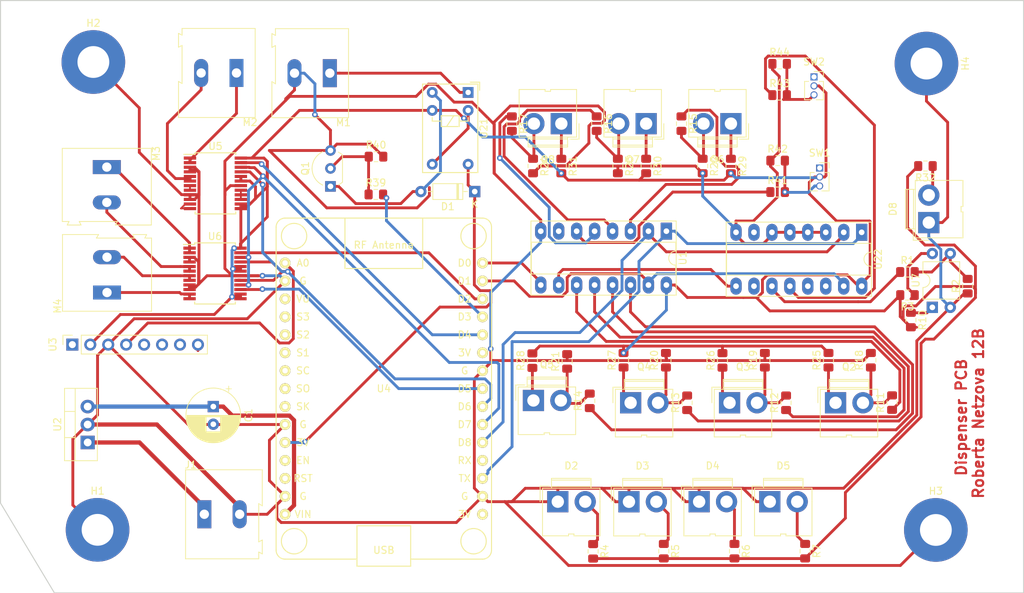
<source format=kicad_pcb>
(kicad_pcb (version 20171130) (host pcbnew "(5.0.2)-1")
  (layers (0 F.Cu signal) (31 B.Cu signal) (34 B.Paste user hide) (35 F.Paste user hide) (36 B.SilkS user) (37 F.SilkS user) (38 B.Mask user hide) (39 F.Mask user hide) (44 Edge.Cuts user))
  (net 0 "")
  (net 1 "Net-(R1-Pad2)")
  (net 2 "Net-(R1-Pad1)")
  (net 3 "Net-(R3-Pad1)")
  (net 4 +5V)
  (net 5 "Net-(R10-Pad1)")
  (net 6 "Net-(R11-Pad1)")
  (net 7 "Net-(R13-Pad1)")
  (net 8 "Net-(R14-Pad1)")
  (net 9 "Net-(R15-Pad1)")
  (net 10 GND)
  (net 11 "Net-(U1-Pad15)")
  (net 12 "Net-(U1-Pad2)")
  (net 13 "Net-(U1-Pad9)")
  (net 14 "Net-(U1-Pad1)")
  (net 15 "Net-(U4-Pad26)")
  (net 16 "Net-(U4-Pad21)")
  (net 17 "Net-(U4-Pad22)")
  (net 18 "Net-(M2-Pad1)")
  (net 19 "Net-(M2-Pad2)")
  (net 20 "Net-(M1-Pad1)")
  (net 21 "Net-(M3-Pad1)")
  (net 22 "Net-(M3-Pad2)")
  (net 23 "Net-(M4-Pad2)")
  (net 24 "Net-(M4-Pad1)")
  (net 25 "Net-(U4-Pad23)")
  (net 26 "Net-(U4-Pad28)")
  (net 27 "Net-(R12-Pad1)")
  (net 28 "Net-(U3-Pad4)")
  (net 29 "Net-(J1-Pad1)")
  (net 30 "Net-(C1-Pad1)")
  (net 31 "Net-(D1-Pad1)")
  (net 32 "Net-(D1-Pad2)")
  (net 33 "Net-(Q1-Pad2)")
  (net 34 "Net-(R39-Pad2)")
  (net 35 "Net-(R41-Pad2)")
  (net 36 "Net-(R41-Pad1)")
  (net 37 "Net-(R43-Pad2)")
  (net 38 "Net-(R43-Pad1)")
  (net 39 "Net-(U1-Pad10)")
  (net 40 "Net-(U5-Pad11)")
  (net 41 "Net-(U5-Pad7)")
  (net 42 "Net-(D2-Pad2)")
  (net 43 "Net-(Q2-Pad2)")
  (net 44 "Net-(Q2-Pad1)")
  (net 45 "Net-(Q3-Pad1)")
  (net 46 "Net-(Q3-Pad2)")
  (net 47 "Net-(Q4-Pad1)")
  (net 48 "Net-(Q4-Pad2)")
  (net 49 "Net-(Q5-Pad2)")
  (net 50 "Net-(Q5-Pad1)")
  (net 51 "Net-(Q6-Pad1)")
  (net 52 "Net-(Q6-Pad2)")
  (net 53 "Net-(Q7-Pad2)")
  (net 54 "Net-(Q7-Pad1)")
  (net 55 "Net-(Q8-Pad1)")
  (net 56 "Net-(Q8-Pad2)")
  (net 57 "Net-(D3-Pad2)")
  (net 58 "Net-(D4-Pad2)")
  (net 59 "Net-(D5-Pad2)")
  (net 60 "Net-(D8-Pad2)")
  (net 61 "Net-(R16-Pad1)")
  (net 62 "Net-(R17-Pad1)")
  (module Resistor_SMD:R_0805_2012Metric_Pad1.15x1.40mm_HandSolder (layer F.Cu) (at 150.891195 77.537926)
    (fp_text reference R44 (at 0 -1.65) (layer F.SilkS))
    (fp_text value R)
    (pad 1 smd roundrect (at -1.025 0) (size 1.15 1.4) (layers F.Cu F.Paste F.Mask) (roundrect_rratio 0.217391) (net 10 GND))
    (pad 2 smd roundrect (at 1.025 0) (size 1.15 1.4) (layers F.Cu F.Paste F.Mask) (roundrect_rratio 0.217391) (net 37 "Net-(R43-Pad2)"))
  )
  (module Relay_THT:Relay_SPDT_HsinDa_Y14 (layer F.Cu) (at 106.81338 81.584 270)
    (fp_text reference U21 (at 5.08 -2.2098 270) (layer F.SilkS))
    (fp_text value THA-3)
    (pad 6 thru_hole circle (at 10.16 5.08 270) (size 1.524 1.524) (drill 0.762) (layers *.Cu *.Mask))
    (pad 5 thru_hole circle (at 10.16 0 270) (size 1.524 1.524) (drill 0.762) (layers *.Cu *.Mask) (net 31 "Net-(D1-Pad1)"))
    (pad 4 thru_hole circle (at 2.54 5.08 270) (size 1.524 1.524) (drill 0.762) (layers *.Cu *.Mask) (net 4 +5V))
    (pad 3 thru_hole circle (at 2.54 0 270) (size 1.524 1.524) (drill 0.762) (layers *.Cu *.Mask))
    (pad 2 thru_hole circle (at 0 5.08 270) (size 1.524 1.524) (drill 0.762) (layers *.Cu *.Mask) (net 32 "Net-(D1-Pad2)"))
    (pad 1 thru_hole rect (at 0 0 270) (size 1.524 1.524) (drill 0.762) (layers *.Cu *.Mask) (net 20 "Net-(M1-Pad1)"))
  )
  (module "ESP8266:NodeMCU1.0(12-E)" (layer F.Cu) (at 94.88 123.5)
    (fp_text reference U4 (at 0 0) (layer F.SilkS))
    (fp_text value "NodeMCU1.0(ESP-12E)")
    (fp_text user USB (at 0 22.86) (layer F.SilkS))
    (fp_text user "RF Antenna" (at 0 -20.32) (layer F.SilkS))
    (fp_text user VIN (at -11.43 17.78) (layer F.SilkS))
    (fp_text user G (at -11.43 15.24) (layer F.SilkS))
    (fp_text user RST (at -11.43 12.7) (layer F.SilkS))
    (fp_text user EN (at -11.43 10.16) (layer F.SilkS))
    (fp_text user 3V (at -11.43 7.62) (layer F.SilkS))
    (fp_text user G (at -11.43 5.08) (layer F.SilkS))
    (fp_text user SK (at -11.43 2.54) (layer F.SilkS))
    (fp_text user SO (at -11.43 0) (layer F.SilkS))
    (fp_text user SC (at -11.43 -2.54) (layer F.SilkS))
    (fp_text user S1 (at -11.43 -5.08) (layer F.SilkS))
    (fp_text user S2 (at -11.43 -7.62) (layer F.SilkS))
    (fp_text user S3 (at -11.43 -10.16) (layer F.SilkS))
    (fp_text user VU (at -11.43 -12.7) (layer F.SilkS))
    (fp_text user G (at -11.43 -15.24) (layer F.SilkS))
    (fp_text user A0 (at -11.43 -17.78) (layer F.SilkS))
    (fp_text user 3V (at 11.43 17.78) (layer F.SilkS))
    (fp_text user G (at 11.43 15.24) (layer F.SilkS))
    (fp_text user TX (at 11.43 12.7) (layer F.SilkS))
    (fp_text user RX (at 11.43 10.16) (layer F.SilkS))
    (fp_text user D8 (at 11.43 7.62) (layer F.SilkS))
    (fp_text user D7 (at 11.43 5.08) (layer F.SilkS))
    (fp_text user D6 (at 11.43 2.54) (layer F.SilkS))
    (fp_text user D5 (at 11.43 0) (layer F.SilkS))
    (fp_text user G (at 11.43 -2.54) (layer F.SilkS))
    (fp_text user 3V (at 11.43 -5.08) (layer F.SilkS))
    (fp_text user D4 (at 11.43 -7.62) (layer F.SilkS))
    (fp_text user D3 (at 11.43 -10.16) (layer F.SilkS))
    (fp_text user D2 (at 11.43 -12.7) (layer F.SilkS))
    (fp_text user D1 (at 11.43 -15.24) (layer F.SilkS))
    (fp_text user D0 (at 11.43 -17.78) (layer F.SilkS))
    (pad 1 thru_hole circle (at -13.97 -17.78) (size 1.524 1.524) (drill 0.762) (layers *.Cu *.Mask F.SilkS) (net 28 "Net-(U3-Pad4)"))
    (pad 2 thru_hole circle (at -13.97 -15.24) (size 1.524 1.524) (drill 0.762) (layers *.Cu *.Mask F.SilkS) (net 10 GND))
    (pad 3 thru_hole circle (at -13.97 -12.7) (size 1.524 1.524) (drill 0.762) (layers *.Cu *.Mask F.SilkS))
    (pad 4 thru_hole circle (at -13.97 -10.16) (size 1.524 1.524) (drill 0.762) (layers *.Cu *.Mask F.SilkS))
    (pad 5 thru_hole circle (at -13.97 -7.62) (size 1.524 1.524) (drill 0.762) (layers *.Cu *.Mask F.SilkS))
    (pad 6 thru_hole circle (at -13.97 -5.08) (size 1.524 1.524) (drill 0.762) (layers *.Cu *.Mask F.SilkS))
    (pad 7 thru_hole circle (at -13.97 -2.54) (size 1.524 1.524) (drill 0.762) (layers *.Cu *.Mask F.SilkS))
    (pad 8 thru_hole circle (at -13.97 0) (size 1.524 1.524) (drill 0.762) (layers *.Cu *.Mask F.SilkS))
    (pad 9 thru_hole circle (at -13.97 2.54) (size 1.524 1.524) (drill 0.762) (layers *.Cu *.Mask F.SilkS))
    (pad 10 thru_hole circle (at -13.97 5.08) (size 1.524 1.524) (drill 0.762) (layers *.Cu *.Mask F.SilkS) (net 10 GND))
    (pad 11 thru_hole circle (at -13.97 7.62) (size 1.524 1.524) (drill 0.762) (layers *.Cu *.Mask F.SilkS) (net 31 "Net-(D1-Pad1)"))
    (pad 12 thru_hole circle (at -13.97 10.16) (size 1.524 1.524) (drill 0.762) (layers *.Cu *.Mask F.SilkS))
    (pad 13 thru_hole circle (at -13.97 12.7) (size 1.524 1.524) (drill 0.762) (layers *.Cu *.Mask F.SilkS))
    (pad 14 thru_hole circle (at -13.97 15.24) (size 1.524 1.524) (drill 0.762) (layers *.Cu *.Mask F.SilkS) (net 10 GND))
    (pad 15 thru_hole circle (at -13.97 17.78) (size 1.524 1.524) (drill 0.762) (layers *.Cu *.Mask F.SilkS) (net 30 "Net-(C1-Pad1)"))
    (pad 16 thru_hole circle (at 13.97 17.78) (size 1.524 1.524) (drill 0.762) (layers *.Cu *.Mask F.SilkS))
    (pad 17 thru_hole circle (at 13.97 15.24) (size 1.524 1.524) (drill 0.762) (layers *.Cu *.Mask F.SilkS) (net 10 GND))
    (pad 18 thru_hole circle (at 13.97 12.7) (size 1.524 1.524) (drill 0.762) (layers *.Cu *.Mask F.SilkS) (net 14 "Net-(U1-Pad1)"))
    (pad 19 thru_hole circle (at 13.97 10.16) (size 1.524 1.524) (drill 0.762) (layers *.Cu *.Mask F.SilkS))
    (pad 20 thru_hole circle (at 13.97 7.62) (size 1.524 1.524) (drill 0.762) (layers *.Cu *.Mask F.SilkS) (net 12 "Net-(U1-Pad2)"))
    (pad 21 thru_hole circle (at 13.97 5.08) (size 1.524 1.524) (drill 0.762) (layers *.Cu *.Mask F.SilkS) (net 16 "Net-(U4-Pad21)"))
    (pad 22 thru_hole circle (at 13.97 2.54) (size 1.524 1.524) (drill 0.762) (layers *.Cu *.Mask F.SilkS) (net 17 "Net-(U4-Pad22)"))
    (pad 23 thru_hole circle (at 13.97 0) (size 1.524 1.524) (drill 0.762) (layers *.Cu *.Mask F.SilkS) (net 25 "Net-(U4-Pad23)"))
    (pad 24 thru_hole circle (at 13.97 -2.54) (size 1.524 1.524) (drill 0.762) (layers *.Cu *.Mask F.SilkS) (net 10 GND))
    (pad 25 thru_hole circle (at 13.97 -5.08) (size 1.524 1.524) (drill 0.762) (layers *.Cu *.Mask F.SilkS))
    (pad 26 thru_hole circle (at 13.97 -7.62) (size 1.524 1.524) (drill 0.762) (layers *.Cu *.Mask F.SilkS) (net 15 "Net-(U4-Pad26)"))
    (pad 27 thru_hole circle (at 13.97 -10.16) (size 1.524 1.524) (drill 0.762) (layers *.Cu *.Mask F.SilkS) (net 34 "Net-(R39-Pad2)"))
    (pad 28 thru_hole circle (at 13.97 -12.7) (size 1.524 1.524) (drill 0.762) (layers *.Cu *.Mask F.SilkS) (net 26 "Net-(U4-Pad28)"))
    (pad 29 thru_hole circle (at 13.97 -15.24) (size 1.524 1.524) (drill 0.762) (layers *.Cu *.Mask F.SilkS) (net 11 "Net-(U1-Pad15)"))
    (pad 30 thru_hole circle (at 13.97 -17.78) (size 1.524 1.524) (drill 0.762) (layers *.Cu *.Mask F.SilkS) (net 13 "Net-(U1-Pad9)"))
  )
  (module Package_DIP:DIP-16_W7.62mm_Socket_LongPads (layer F.Cu) (at 134.8674 101.219 270)
    (fp_text reference U1 (at 3.81 -2.33 270) (layer F.SilkS))
    (fp_text value 74HC165)
    (pad 16 thru_hole oval (at 7.62 0 270) (size 2.4 1.6) (drill 0.8) (layers *.Cu *.Mask) (net 4 +5V))
    (pad 8 thru_hole oval (at 0 17.78 270) (size 2.4 1.6) (drill 0.8) (layers *.Cu *.Mask) (net 10 GND))
    (pad 15 thru_hole oval (at 7.62 2.54 270) (size 2.4 1.6) (drill 0.8) (layers *.Cu *.Mask) (net 11 "Net-(U1-Pad15)"))
    (pad 7 thru_hole oval (at 0 15.24 270) (size 2.4 1.6) (drill 0.8) (layers *.Cu *.Mask))
    (pad 14 thru_hole oval (at 7.62 5.08 270) (size 2.4 1.6) (drill 0.8) (layers *.Cu *.Mask) (net 8 "Net-(R14-Pad1)"))
    (pad 6 thru_hole oval (at 0 12.7 270) (size 2.4 1.6) (drill 0.8) (layers *.Cu *.Mask) (net 36 "Net-(R41-Pad1)"))
    (pad 13 thru_hole oval (at 7.62 7.62 270) (size 2.4 1.6) (drill 0.8) (layers *.Cu *.Mask) (net 7 "Net-(R13-Pad1)"))
    (pad 5 thru_hole oval (at 0 10.16 270) (size 2.4 1.6) (drill 0.8) (layers *.Cu *.Mask) (net 62 "Net-(R17-Pad1)"))
    (pad 12 thru_hole oval (at 7.62 10.16 270) (size 2.4 1.6) (drill 0.8) (layers *.Cu *.Mask) (net 27 "Net-(R12-Pad1)"))
    (pad 4 thru_hole oval (at 0 7.62 270) (size 2.4 1.6) (drill 0.8) (layers *.Cu *.Mask) (net 61 "Net-(R16-Pad1)"))
    (pad 11 thru_hole oval (at 7.62 12.7 270) (size 2.4 1.6) (drill 0.8) (layers *.Cu *.Mask) (net 6 "Net-(R11-Pad1)"))
    (pad 3 thru_hole oval (at 0 5.08 270) (size 2.4 1.6) (drill 0.8) (layers *.Cu *.Mask) (net 9 "Net-(R15-Pad1)"))
    (pad 10 thru_hole oval (at 7.62 15.24 270) (size 2.4 1.6) (drill 0.8) (layers *.Cu *.Mask) (net 39 "Net-(U1-Pad10)"))
    (pad 2 thru_hole oval (at 0 2.54 270) (size 2.4 1.6) (drill 0.8) (layers *.Cu *.Mask) (net 12 "Net-(U1-Pad2)"))
    (pad 9 thru_hole oval (at 7.62 17.78 270) (size 2.4 1.6) (drill 0.8) (layers *.Cu *.Mask) (net 13 "Net-(U1-Pad9)"))
    (pad 1 thru_hole rect (at 0 0 270) (size 2.4 1.6) (drill 0.8) (layers *.Cu *.Mask) (net 14 "Net-(U1-Pad1)"))
  )
  (module Resistor_SMD:R_0805_2012Metric_Pad1.15x1.40mm_HandSolder (layer F.Cu) (at 128.803715 119.478143 90)
    (fp_text reference R27 (at 0 -1.65 90) (layer F.SilkS))
    (fp_text value R)
    (pad 2 smd roundrect (at 1.025 0 90) (size 1.15 1.4) (layers F.Cu F.Paste F.Mask) (roundrect_rratio 0.217391) (net 4 +5V))
    (pad 1 smd roundrect (at -1.025 0 90) (size 1.15 1.4) (layers F.Cu F.Paste F.Mask) (roundrect_rratio 0.217391) (net 47 "Net-(Q4-Pad1)"))
  )
  (module Connector:JWT_A3963_1x02_P3.96mm_Vertical (layer F.Cu) (at 158.803715 125.503143)
    (fp_text reference Q2 (at 1.91 -5.08) (layer F.SilkS))
    (fp_text value Q_Photo_NPN)
    (pad 1 thru_hole rect (at 0 0) (size 3 3) (drill 1.75) (layers *.Cu *.Mask) (net 44 "Net-(Q2-Pad1)"))
    (pad 2 thru_hole circle (at 3.88 0) (size 3 3) (drill 1.75) (layers *.Cu *.Mask) (net 43 "Net-(Q2-Pad2)"))
  )
  (module MountingHole:MountingHole_4.5mm_Pad (layer F.Cu) (at 53.7784 77.28)
    (fp_text reference H2 (at 0 -5.5) (layer F.SilkS))
    (fp_text value MountingHole_Pad)
    (pad 1 thru_hole circle (at 0 0) (size 9 9) (drill 4.5) (layers *.Cu *.Mask) (net 10 GND))
  )
  (module TerminalBlock:TerminalBlock_Altech_AK300-2_P5.00mm (layer F.Cu) (at 69.48 141.28)
    (fp_text reference J1 (at -1.92 -6.99) (layer F.SilkS))
    (fp_text value Conn_01x02_Male)
    (pad 1 thru_hole rect (at 0 0) (size 1.98 3.96) (drill 1.32) (layers *.Cu *.Mask) (net 29 "Net-(J1-Pad1)"))
    (pad 2 thru_hole oval (at 5 0) (size 1.98 3.96) (drill 1.32) (layers *.Cu *.Mask) (net 10 GND))
  )
  (module Package_SO:SSOP-24_5.3x8.2mm_P0.65mm (layer F.Cu) (at 70.99 107.2)
    (fp_text reference U6 (at 0 -5.25) (layer F.SilkS))
    (fp_text value TB6612FNG)
    (pad 1 smd rect (at -3.6 -3.575) (size 1.75 0.45) (layers F.Cu F.Paste F.Mask) (net 21 "Net-(M3-Pad1)"))
    (pad 2 smd rect (at -3.6 -2.925) (size 1.75 0.45) (layers F.Cu F.Paste F.Mask) (net 21 "Net-(M3-Pad1)"))
    (pad 3 smd rect (at -3.6 -2.275) (size 1.75 0.45) (layers F.Cu F.Paste F.Mask) (net 10 GND))
    (pad 4 smd rect (at -3.6 -1.625) (size 1.75 0.45) (layers F.Cu F.Paste F.Mask) (net 10 GND))
    (pad 5 smd rect (at -3.6 -0.975) (size 1.75 0.45) (layers F.Cu F.Paste F.Mask) (net 22 "Net-(M3-Pad2)"))
    (pad 6 smd rect (at -3.6 -0.325) (size 1.75 0.45) (layers F.Cu F.Paste F.Mask) (net 22 "Net-(M3-Pad2)"))
    (pad 7 smd rect (at -3.6 0.325) (size 1.75 0.45) (layers F.Cu F.Paste F.Mask) (net 23 "Net-(M4-Pad2)"))
    (pad 8 smd rect (at -3.6 0.975) (size 1.75 0.45) (layers F.Cu F.Paste F.Mask) (net 23 "Net-(M4-Pad2)"))
    (pad 9 smd rect (at -3.6 1.625) (size 1.75 0.45) (layers F.Cu F.Paste F.Mask) (net 10 GND))
    (pad 10 smd rect (at -3.6 2.275) (size 1.75 0.45) (layers F.Cu F.Paste F.Mask) (net 10 GND))
    (pad 11 smd rect (at -3.6 2.925) (size 1.75 0.45) (layers F.Cu F.Paste F.Mask) (net 24 "Net-(M4-Pad1)"))
    (pad 12 smd rect (at -3.6 3.575) (size 1.75 0.45) (layers F.Cu F.Paste F.Mask) (net 24 "Net-(M4-Pad1)"))
    (pad 13 smd rect (at 3.6 3.575) (size 1.75 0.45) (layers F.Cu F.Paste F.Mask) (net 4 +5V))
    (pad 14 smd rect (at 3.6 2.925) (size 1.75 0.45) (layers F.Cu F.Paste F.Mask) (net 4 +5V))
    (pad 15 smd rect (at 3.6 2.275) (size 1.75 0.45) (layers F.Cu F.Paste F.Mask) (net 25 "Net-(U4-Pad23)"))
    (pad 16 smd rect (at 3.6 1.625) (size 1.75 0.45) (layers F.Cu F.Paste F.Mask) (net 16 "Net-(U4-Pad21)"))
    (pad 17 smd rect (at 3.6 0.975) (size 1.75 0.45) (layers F.Cu F.Paste F.Mask) (net 17 "Net-(U4-Pad22)"))
    (pad 18 smd rect (at 3.6 0.325) (size 1.75 0.45) (layers F.Cu F.Paste F.Mask) (net 10 GND))
    (pad 19 smd rect (at 3.6 -0.325) (size 1.75 0.45) (layers F.Cu F.Paste F.Mask) (net 4 +5V))
    (pad 20 smd rect (at 3.6 -0.975) (size 1.75 0.45) (layers F.Cu F.Paste F.Mask) (net 4 +5V))
    (pad 21 smd rect (at 3.6 -1.625) (size 1.75 0.45) (layers F.Cu F.Paste F.Mask) (net 17 "Net-(U4-Pad22)"))
    (pad 22 smd rect (at 3.6 -2.275) (size 1.75 0.45) (layers F.Cu F.Paste F.Mask) (net 16 "Net-(U4-Pad21)"))
    (pad 23 smd rect (at 3.6 -2.925) (size 1.75 0.45) (layers F.Cu F.Paste F.Mask) (net 26 "Net-(U4-Pad28)"))
    (pad 24 smd rect (at 3.6 -3.575) (size 1.75 0.45) (layers F.Cu F.Paste F.Mask) (net 4 +5V))
  )
  (module Package_DIP:DIP-16_W7.62mm_Socket_LongPads (layer F.Cu) (at 162.5 101.38 270)
    (fp_text reference U22 (at 3.81 -2.33 270) (layer F.SilkS))
    (fp_text value 74HC165)
    (pad 1 thru_hole rect (at 0 0 270) (size 2.4 1.6) (drill 0.8) (layers *.Cu *.Mask) (net 14 "Net-(U1-Pad1)"))
    (pad 9 thru_hole oval (at 7.62 17.78 270) (size 2.4 1.6) (drill 0.8) (layers *.Cu *.Mask) (net 39 "Net-(U1-Pad10)"))
    (pad 2 thru_hole oval (at 0 2.54 270) (size 2.4 1.6) (drill 0.8) (layers *.Cu *.Mask) (net 12 "Net-(U1-Pad2)"))
    (pad 10 thru_hole oval (at 7.62 15.24 270) (size 2.4 1.6) (drill 0.8) (layers *.Cu *.Mask))
    (pad 3 thru_hole oval (at 0 5.08 270) (size 2.4 1.6) (drill 0.8) (layers *.Cu *.Mask) (net 10 GND))
    (pad 11 thru_hole oval (at 7.62 12.7 270) (size 2.4 1.6) (drill 0.8) (layers *.Cu *.Mask) (net 2 "Net-(R1-Pad1)"))
    (pad 4 thru_hole oval (at 0 7.62 270) (size 2.4 1.6) (drill 0.8) (layers *.Cu *.Mask) (net 10 GND))
    (pad 12 thru_hole oval (at 7.62 10.16 270) (size 2.4 1.6) (drill 0.8) (layers *.Cu *.Mask) (net 38 "Net-(R43-Pad1)"))
    (pad 5 thru_hole oval (at 0 10.16 270) (size 2.4 1.6) (drill 0.8) (layers *.Cu *.Mask) (net 10 GND))
    (pad 13 thru_hole oval (at 7.62 7.62 270) (size 2.4 1.6) (drill 0.8) (layers *.Cu *.Mask))
    (pad 6 thru_hole oval (at 0 12.7 270) (size 2.4 1.6) (drill 0.8) (layers *.Cu *.Mask) (net 10 GND))
    (pad 14 thru_hole oval (at 7.62 5.08 270) (size 2.4 1.6) (drill 0.8) (layers *.Cu *.Mask))
    (pad 7 thru_hole oval (at 0 15.24 270) (size 2.4 1.6) (drill 0.8) (layers *.Cu *.Mask))
    (pad 15 thru_hole oval (at 7.62 2.54 270) (size 2.4 1.6) (drill 0.8) (layers *.Cu *.Mask) (net 11 "Net-(U1-Pad15)"))
    (pad 8 thru_hole oval (at 0 17.78 270) (size 2.4 1.6) (drill 0.8) (layers *.Cu *.Mask) (net 10 GND))
    (pad 16 thru_hole oval (at 7.62 0 270) (size 2.4 1.6) (drill 0.8) (layers *.Cu *.Mask) (net 4 +5V))
  )
  (module Package_TO_SOT_THT:TO-220-3_Vertical (layer F.Cu) (at 52.97 131.12 90)
    (fp_text reference U2 (at 2.54 -4.27 90) (layer F.SilkS))
    (fp_text value L7805)
    (pad 1 thru_hole rect (at 0 0 90) (size 1.905 2) (drill 1.1) (layers *.Cu *.Mask) (net 29 "Net-(J1-Pad1)"))
    (pad 2 thru_hole oval (at 2.54 0 90) (size 1.905 2) (drill 1.1) (layers *.Cu *.Mask) (net 10 GND))
    (pad 3 thru_hole oval (at 5.08 0 90) (size 1.905 2) (drill 1.1) (layers *.Cu *.Mask) (net 30 "Net-(C1-Pad1)"))
  )
  (module Package_SO:SSOP-24_5.3x8.2mm_P0.65mm (layer F.Cu) (at 71.05 94.45)
    (fp_text reference U5 (at 0 -5.25) (layer F.SilkS))
    (fp_text value TB6612FNG)
    (pad 24 smd rect (at 3.6 -3.575) (size 1.75 0.45) (layers F.Cu F.Paste F.Mask) (net 4 +5V))
    (pad 23 smd rect (at 3.6 -2.925) (size 1.75 0.45) (layers F.Cu F.Paste F.Mask) (net 15 "Net-(U4-Pad26)"))
    (pad 22 smd rect (at 3.6 -2.275) (size 1.75 0.45) (layers F.Cu F.Paste F.Mask) (net 16 "Net-(U4-Pad21)"))
    (pad 21 smd rect (at 3.6 -1.625) (size 1.75 0.45) (layers F.Cu F.Paste F.Mask) (net 17 "Net-(U4-Pad22)"))
    (pad 20 smd rect (at 3.6 -0.975) (size 1.75 0.45) (layers F.Cu F.Paste F.Mask) (net 4 +5V))
    (pad 19 smd rect (at 3.6 -0.325) (size 1.75 0.45) (layers F.Cu F.Paste F.Mask) (net 4 +5V))
    (pad 18 smd rect (at 3.6 0.325) (size 1.75 0.45) (layers F.Cu F.Paste F.Mask) (net 10 GND))
    (pad 17 smd rect (at 3.6 0.975) (size 1.75 0.45) (layers F.Cu F.Paste F.Mask))
    (pad 16 smd rect (at 3.6 1.625) (size 1.75 0.45) (layers F.Cu F.Paste F.Mask))
    (pad 15 smd rect (at 3.6 2.275) (size 1.75 0.45) (layers F.Cu F.Paste F.Mask))
    (pad 14 smd rect (at 3.6 2.925) (size 1.75 0.45) (layers F.Cu F.Paste F.Mask) (net 4 +5V))
    (pad 13 smd rect (at 3.6 3.575) (size 1.75 0.45) (layers F.Cu F.Paste F.Mask) (net 4 +5V))
    (pad 12 smd rect (at -3.6 3.575) (size 1.75 0.45) (layers F.Cu F.Paste F.Mask) (net 40 "Net-(U5-Pad11)"))
    (pad 11 smd rect (at -3.6 2.925) (size 1.75 0.45) (layers F.Cu F.Paste F.Mask) (net 40 "Net-(U5-Pad11)"))
    (pad 10 smd rect (at -3.6 2.275) (size 1.75 0.45) (layers F.Cu F.Paste F.Mask) (net 10 GND))
    (pad 9 smd rect (at -3.6 1.625) (size 1.75 0.45) (layers F.Cu F.Paste F.Mask) (net 10 GND))
    (pad 8 smd rect (at -3.6 0.975) (size 1.75 0.45) (layers F.Cu F.Paste F.Mask) (net 41 "Net-(U5-Pad7)"))
    (pad 7 smd rect (at -3.6 0.325) (size 1.75 0.45) (layers F.Cu F.Paste F.Mask) (net 41 "Net-(U5-Pad7)"))
    (pad 6 smd rect (at -3.6 -0.325) (size 1.75 0.45) (layers F.Cu F.Paste F.Mask) (net 19 "Net-(M2-Pad2)"))
    (pad 5 smd rect (at -3.6 -0.975) (size 1.75 0.45) (layers F.Cu F.Paste F.Mask) (net 19 "Net-(M2-Pad2)"))
    (pad 4 smd rect (at -3.6 -1.625) (size 1.75 0.45) (layers F.Cu F.Paste F.Mask) (net 10 GND))
    (pad 3 smd rect (at -3.6 -2.275) (size 1.75 0.45) (layers F.Cu F.Paste F.Mask) (net 10 GND))
    (pad 2 smd rect (at -3.6 -2.925) (size 1.75 0.45) (layers F.Cu F.Paste F.Mask) (net 18 "Net-(M2-Pad1)"))
    (pad 1 smd rect (at -3.6 -3.575) (size 1.75 0.45) (layers F.Cu F.Paste F.Mask) (net 18 "Net-(M2-Pad1)"))
  )
  (module TerminalBlock:TerminalBlock_Altech_AK300-2_P5.00mm (layer F.Cu) (at 87.24 78.86 180)
    (fp_text reference M1 (at -1.92 -6.99 180) (layer F.SilkS))
    (fp_text value PUMP_Motor)
    (pad 1 thru_hole rect (at 0 0 180) (size 1.98 3.96) (drill 1.32) (layers *.Cu *.Mask) (net 20 "Net-(M1-Pad1)"))
    (pad 2 thru_hole oval (at 5 0 180) (size 1.98 3.96) (drill 1.32) (layers *.Cu *.Mask) (net 10 GND))
  )
  (module TerminalBlock:TerminalBlock_Altech_AK300-2_P5.00mm (layer F.Cu) (at 55.68 92.15 270)
    (fp_text reference M3 (at -1.92 -6.99 270) (layer F.SilkS))
    (fp_text value Motor_DC)
    (pad 1 thru_hole rect (at 0 0 270) (size 1.98 3.96) (drill 1.32) (layers *.Cu *.Mask) (net 21 "Net-(M3-Pad1)"))
    (pad 2 thru_hole oval (at 5 0 270) (size 1.98 3.96) (drill 1.32) (layers *.Cu *.Mask) (net 22 "Net-(M3-Pad2)"))
  )
  (module TerminalBlock:TerminalBlock_Altech_AK300-2_P5.00mm (layer F.Cu) (at 55.71 109.9 90)
    (fp_text reference M4 (at -1.92 -6.99 90) (layer F.SilkS))
    (fp_text value Motor_DC)
    (pad 2 thru_hole oval (at 5 0 90) (size 1.98 3.96) (drill 1.32) (layers *.Cu *.Mask) (net 23 "Net-(M4-Pad2)"))
    (pad 1 thru_hole rect (at 0 0 90) (size 1.98 3.96) (drill 1.32) (layers *.Cu *.Mask) (net 24 "Net-(M4-Pad1)"))
  )
  (module Connector_PinSocket_2.54mm:PinSocket_1x08_P2.54mm_Vertical (layer F.Cu) (at 50.8 117.2718 90)
    (fp_text reference U3 (at 0 -2.77 90) (layer F.SilkS))
    (fp_text value MPXA6115A)
    (pad 1 thru_hole rect (at 0 0 90) (size 1.7 1.7) (drill 1) (layers *.Cu *.Mask))
    (pad 2 thru_hole oval (at 0 2.54 90) (size 1.7 1.7) (drill 1) (layers *.Cu *.Mask) (net 4 +5V))
    (pad 3 thru_hole oval (at 0 5.08 90) (size 1.7 1.7) (drill 1) (layers *.Cu *.Mask) (net 10 GND))
    (pad 4 thru_hole oval (at 0 7.62 90) (size 1.7 1.7) (drill 1) (layers *.Cu *.Mask) (net 28 "Net-(U3-Pad4)"))
    (pad 5 thru_hole oval (at 0 10.16 90) (size 1.7 1.7) (drill 1) (layers *.Cu *.Mask))
    (pad 6 thru_hole oval (at 0 12.7 90) (size 1.7 1.7) (drill 1) (layers *.Cu *.Mask))
    (pad 7 thru_hole oval (at 0 15.24 90) (size 1.7 1.7) (drill 1) (layers *.Cu *.Mask))
    (pad 8 thru_hole oval (at 0 17.78 90) (size 1.7 1.7) (drill 1) (layers *.Cu *.Mask))
  )
  (module Capacitor_THT:CP_Radial_D7.5mm_P2.50mm (layer F.Cu) (at 70.75 126.04 270)
    (fp_text reference C1 (at 1.25 -5 270) (layer F.SilkS))
    (fp_text value CP)
    (pad 1 thru_hole rect (at 0 0 270) (size 1.6 1.6) (drill 0.8) (layers *.Cu *.Mask) (net 30 "Net-(C1-Pad1)"))
    (pad 2 thru_hole circle (at 2.5 0 270) (size 1.6 1.6) (drill 0.8) (layers *.Cu *.Mask) (net 10 GND))
  )
  (module MountingHole:MountingHole_4.5mm_Pad (layer F.Cu) (at 54.372 143.4813)
    (fp_text reference H1 (at 0 -5.5) (layer F.SilkS))
    (fp_text value MountingHole_Pad)
    (pad 1 thru_hole circle (at 0 0) (size 9 9) (drill 4.5) (layers *.Cu *.Mask) (net 10 GND))
  )
  (module MountingHole:MountingHole_4.5mm_Pad (layer F.Cu) (at 173 143.5)
    (fp_text reference H3 (at 0 -5.5) (layer F.SilkS))
    (fp_text value MountingHole_Pad)
    (pad 1 thru_hole circle (at 0 0) (size 9 9) (drill 4.5) (layers *.Cu *.Mask) (net 10 GND))
  )
  (module MountingHole:MountingHole_4.5mm_Pad (layer F.Cu) (at 171.67 77.5 270)
    (fp_text reference H4 (at 0 -5.5 270) (layer F.SilkS))
    (fp_text value MountingHole_Pad)
    (pad 1 thru_hole circle (at 0 0 270) (size 9 9) (drill 4.5) (layers *.Cu *.Mask) (net 10 GND))
  )
  (module Diode_THT:D_DO-35_SOD27_P7.62mm_Horizontal (layer F.Cu) (at 107.74338 95.614 180)
    (fp_text reference D1 (at 3.81 -2.12 180) (layer F.SilkS))
    (fp_text value 1n4007)
    (fp_text user K (at 0 -1.8 180) (layer F.SilkS))
    (pad 2 thru_hole oval (at 7.62 0 180) (size 1.6 1.6) (drill 0.8) (layers *.Cu *.Mask) (net 32 "Net-(D1-Pad2)"))
    (pad 1 thru_hole rect (at 0 0 180) (size 1.6 1.6) (drill 0.8) (layers *.Cu *.Mask) (net 31 "Net-(D1-Pad1)"))
  )
  (module TerminalBlock:TerminalBlock_Altech_AK300-2_P5.00mm (layer F.Cu) (at 74.03 78.83 180)
    (fp_text reference M2 (at -1.92 -6.99 180) (layer F.SilkS))
    (fp_text value Motor_DC)
    (pad 1 thru_hole rect (at 0 0 180) (size 1.98 3.96) (drill 1.32) (layers *.Cu *.Mask) (net 18 "Net-(M2-Pad1)"))
    (pad 2 thru_hole oval (at 5 0 180) (size 1.98 3.96) (drill 1.32) (layers *.Cu *.Mask) (net 19 "Net-(M2-Pad2)"))
  )
  (module Package_TO_SOT_THT:TO-92L_Inline_Wide (layer F.Cu) (at 87.33 94.88 90)
    (fp_text reference Q1 (at 2.54 -3.56 90) (layer F.SilkS))
    (fp_text value Q_NMOS_DGS)
    (pad 2 thru_hole circle (at 2.54 0 180) (size 1.5 1.5) (drill 0.8) (layers *.Cu *.Mask) (net 33 "Net-(Q1-Pad2)"))
    (pad 3 thru_hole circle (at 5.08 0 180) (size 1.5 1.5) (drill 0.8) (layers *.Cu *.Mask) (net 10 GND))
    (pad 1 thru_hole rect (at 0 0 180) (size 1.5 1.5) (drill 0.8) (layers *.Cu *.Mask) (net 32 "Net-(D1-Pad2)"))
  )
  (module Resistor_SMD:R_0805_2012Metric_Pad1.15x1.40mm_HandSolder (layer F.Cu) (at 93.749645 96.023913)
    (fp_text reference R39 (at 0 -1.65) (layer F.SilkS))
    (fp_text value 5,6K)
    (pad 1 smd roundrect (at -1.025 0) (size 1.15 1.4) (layers F.Cu F.Paste F.Mask) (roundrect_rratio 0.217391) (net 33 "Net-(Q1-Pad2)"))
    (pad 2 smd roundrect (at 1.025 0) (size 1.15 1.4) (layers F.Cu F.Paste F.Mask) (roundrect_rratio 0.217391) (net 34 "Net-(R39-Pad2)"))
  )
  (module Resistor_SMD:R_0805_2012Metric_Pad1.15x1.40mm_HandSolder (layer F.Cu) (at 93.774645 90.673913)
    (fp_text reference R40 (at 0 -1.65) (layer F.SilkS))
    (fp_text value 100K)
    (pad 2 smd roundrect (at 1.025 0) (size 1.15 1.4) (layers F.Cu F.Paste F.Mask) (roundrect_rratio 0.217391) (net 10 GND))
    (pad 1 smd roundrect (at -1.025 0) (size 1.15 1.4) (layers F.Cu F.Paste F.Mask) (roundrect_rratio 0.217391) (net 33 "Net-(Q1-Pad2)"))
  )
  (module Resistor_SMD:R_0805_2012Metric_Pad1.15x1.40mm_HandSolder (layer F.Cu) (at 150.609392 95.682321)
    (fp_text reference R41 (at 0 -1.65) (layer F.SilkS))
    (fp_text value R)
    (pad 2 smd roundrect (at 1.025 0) (size 1.15 1.4) (layers F.Cu F.Paste F.Mask) (roundrect_rratio 0.217391) (net 35 "Net-(R41-Pad2)"))
    (pad 1 smd roundrect (at -1.025 0) (size 1.15 1.4) (layers F.Cu F.Paste F.Mask) (roundrect_rratio 0.217391) (net 36 "Net-(R41-Pad1)"))
  )
  (module Resistor_SMD:R_0805_2012Metric_Pad1.15x1.40mm_HandSolder (layer F.Cu) (at 150.609392 91.231929)
    (fp_text reference R42 (at 0 -1.65) (layer F.SilkS))
    (fp_text value R)
    (pad 1 smd roundrect (at -1.025 0) (size 1.15 1.4) (layers F.Cu F.Paste F.Mask) (roundrect_rratio 0.217391) (net 10 GND))
    (pad 2 smd roundrect (at 1.025 0) (size 1.15 1.4) (layers F.Cu F.Paste F.Mask) (roundrect_rratio 0.217391) (net 35 "Net-(R41-Pad2)"))
  )
  (module Resistor_SMD:R_0805_2012Metric_Pad1.15x1.40mm_HandSolder (layer F.Cu) (at 150.891195 81.965796)
    (fp_text reference R43 (at 0 -1.65) (layer F.SilkS))
    (fp_text value R)
    (pad 2 smd roundrect (at 1.025 0) (size 1.15 1.4) (layers F.Cu F.Paste F.Mask) (roundrect_rratio 0.217391) (net 37 "Net-(R43-Pad2)"))
    (pad 1 smd roundrect (at -1.025 0) (size 1.15 1.4) (layers F.Cu F.Paste F.Mask) (roundrect_rratio 0.217391) (net 38 "Net-(R43-Pad1)"))
  )
  (module Connector_PinSocket_1.27mm:PinSocket_1x03_P1.27mm_Vertical (layer F.Cu) (at 156.553602 92.281623)
    (fp_text reference SW1 (at 0 -2.135) (layer F.SilkS))
    (fp_text value pkl_SWITCH-SPDT)
    (pad 1 thru_hole rect (at 0 0) (size 1 1) (drill 0.7) (layers *.Cu *.Mask))
    (pad 2 thru_hole oval (at 0 1.27) (size 1 1) (drill 0.7) (layers *.Cu *.Mask) (net 4 +5V))
    (pad 3 thru_hole oval (at 0 2.54) (size 1 1) (drill 0.7) (layers *.Cu *.Mask) (net 35 "Net-(R41-Pad2)"))
  )
  (module Connector_PinSocket_1.27mm:PinSocket_1x03_P1.27mm_Vertical (layer F.Cu) (at 155.755295 79.387696)
    (fp_text reference SW2 (at 0 -2.135) (layer F.SilkS))
    (fp_text value pkl_SWITCH-SPDT)
    (pad 3 thru_hole oval (at 0 2.54) (size 1 1) (drill 0.7) (layers *.Cu *.Mask) (net 37 "Net-(R43-Pad2)"))
    (pad 2 thru_hole oval (at 0 1.27) (size 1 1) (drill 0.7) (layers *.Cu *.Mask) (net 4 +5V))
    (pad 1 thru_hole rect (at 0 0) (size 1 1) (drill 0.7) (layers *.Cu *.Mask))
  )
  (module Connector:JWT_A3963_1x02_P3.96mm_Vertical (layer F.Cu) (at 172 100 90)
    (fp_text reference D8 (at 1.91 -5.08 90) (layer F.SilkS))
    (fp_text value IR204A)
    (pad 2 thru_hole circle (at 3.88 0 90) (size 3 3) (drill 1.75) (layers *.Cu *.Mask) (net 60 "Net-(D8-Pad2)"))
    (pad 1 thru_hole rect (at 0 0 90) (size 3 3) (drill 1.75) (layers *.Cu *.Mask) (net 10 GND))
  )
  (module Connector:JWT_A3963_1x02_P3.96mm_Vertical (layer F.Cu) (at 143.803715 125.503143)
    (fp_text reference Q3 (at 1.91 -5.08) (layer F.SilkS))
    (fp_text value Q_Photo_NPN)
    (pad 1 thru_hole rect (at 0 0) (size 3 3) (drill 1.75) (layers *.Cu *.Mask) (net 45 "Net-(Q3-Pad1)"))
    (pad 2 thru_hole circle (at 3.88 0) (size 3 3) (drill 1.75) (layers *.Cu *.Mask) (net 46 "Net-(Q3-Pad2)"))
  )
  (module Connector:JWT_A3963_1x02_P3.96mm_Vertical (layer F.Cu) (at 129.803715 125.503143)
    (fp_text reference Q4 (at 1.91 -5.08) (layer F.SilkS))
    (fp_text value Q_Photo_NPN)
    (pad 1 thru_hole rect (at 0 0) (size 3 3) (drill 1.75) (layers *.Cu *.Mask) (net 47 "Net-(Q4-Pad1)"))
    (pad 2 thru_hole circle (at 3.88 0) (size 3 3) (drill 1.75) (layers *.Cu *.Mask) (net 48 "Net-(Q4-Pad2)"))
  )
  (module Connector:JWT_A3963_1x02_P3.96mm_Vertical (layer F.Cu) (at 116.053715 125.178143)
    (fp_text reference Q5 (at 1.91 -5.08) (layer F.SilkS))
    (fp_text value Q_Photo_NPN)
    (pad 2 thru_hole circle (at 3.88 0) (size 3 3) (drill 1.75) (layers *.Cu *.Mask) (net 49 "Net-(Q5-Pad2)"))
    (pad 1 thru_hole rect (at 0 0) (size 3 3) (drill 1.75) (layers *.Cu *.Mask) (net 50 "Net-(Q5-Pad1)"))
  )
  (module Connector:JWT_A3963_1x02_P3.96mm_Vertical (layer F.Cu) (at 144 86 180)
    (fp_text reference Q6 (at 1.91 -5.08 180) (layer F.SilkS))
    (fp_text value Q_Photo_NPN)
    (pad 2 thru_hole circle (at 3.88 0 180) (size 3 3) (drill 1.75) (layers *.Cu *.Mask) (net 52 "Net-(Q6-Pad2)"))
    (pad 1 thru_hole rect (at 0 0 180) (size 3 3) (drill 1.75) (layers *.Cu *.Mask) (net 51 "Net-(Q6-Pad1)"))
  )
  (module Connector:JWT_A3963_1x02_P3.96mm_Vertical (layer F.Cu) (at 132 86 180)
    (fp_text reference Q7 (at 1.91 -5.08 180) (layer F.SilkS))
    (fp_text value Q_Photo_NPN)
    (pad 1 thru_hole rect (at 0 0 180) (size 3 3) (drill 1.75) (layers *.Cu *.Mask) (net 54 "Net-(Q7-Pad1)"))
    (pad 2 thru_hole circle (at 3.88 0 180) (size 3 3) (drill 1.75) (layers *.Cu *.Mask) (net 53 "Net-(Q7-Pad2)"))
  )
  (module Connector:JWT_A3963_1x02_P3.96mm_Vertical (layer F.Cu) (at 120 86 180)
    (fp_text reference Q8 (at 1.91 -5.08 180) (layer F.SilkS))
    (fp_text value Q_Photo_NPN)
    (pad 2 thru_hole circle (at 3.88 0 180) (size 3 3) (drill 1.75) (layers *.Cu *.Mask) (net 56 "Net-(Q8-Pad2)"))
    (pad 1 thru_hole rect (at 0 0 180) (size 3 3) (drill 1.75) (layers *.Cu *.Mask) (net 55 "Net-(Q8-Pad1)"))
  )
  (module Resistor_SMD:R_0805_2012Metric_Pad1.15x1.40mm_HandSolder (layer F.Cu) (at 166.803715 125.478143 90)
    (fp_text reference R11 (at 0 -1.65 90) (layer F.SilkS))
    (fp_text value R)
    (pad 2 smd roundrect (at 1.025 0 90) (size 1.15 1.4) (layers F.Cu F.Paste F.Mask) (roundrect_rratio 0.217391) (net 43 "Net-(Q2-Pad2)"))
    (pad 1 smd roundrect (at -1.025 0 90) (size 1.15 1.4) (layers F.Cu F.Paste F.Mask) (roundrect_rratio 0.217391) (net 6 "Net-(R11-Pad1)"))
  )
  (module Resistor_SMD:R_0805_2012Metric_Pad1.15x1.40mm_HandSolder (layer F.Cu) (at 151.803715 125.503143 90)
    (fp_text reference R12 (at 0 -1.65 90) (layer F.SilkS))
    (fp_text value R)
    (pad 2 smd roundrect (at 1.025 0 90) (size 1.15 1.4) (layers F.Cu F.Paste F.Mask) (roundrect_rratio 0.217391) (net 46 "Net-(Q3-Pad2)"))
    (pad 1 smd roundrect (at -1.025 0 90) (size 1.15 1.4) (layers F.Cu F.Paste F.Mask) (roundrect_rratio 0.217391) (net 27 "Net-(R12-Pad1)"))
  )
  (module Resistor_SMD:R_0805_2012Metric_Pad1.15x1.40mm_HandSolder (layer F.Cu) (at 137.803715 125.503143 90)
    (fp_text reference R13 (at 0 -1.65 90) (layer F.SilkS))
    (fp_text value R)
    (pad 1 smd roundrect (at -1.025 0 90) (size 1.15 1.4) (layers F.Cu F.Paste F.Mask) (roundrect_rratio 0.217391) (net 7 "Net-(R13-Pad1)"))
    (pad 2 smd roundrect (at 1.025 0 90) (size 1.15 1.4) (layers F.Cu F.Paste F.Mask) (roundrect_rratio 0.217391) (net 48 "Net-(Q4-Pad2)"))
  )
  (module Resistor_SMD:R_0805_2012Metric_Pad1.15x1.40mm_HandSolder (layer F.Cu) (at 124.023715 125.228143 90)
    (fp_text reference R14 (at 0 -1.65 90) (layer F.SilkS))
    (fp_text value R)
    (pad 2 smd roundrect (at 1.025 0 90) (size 1.15 1.4) (layers F.Cu F.Paste F.Mask) (roundrect_rratio 0.217391) (net 49 "Net-(Q5-Pad2)"))
    (pad 1 smd roundrect (at -1.025 0 90) (size 1.15 1.4) (layers F.Cu F.Paste F.Mask) (roundrect_rratio 0.217391) (net 8 "Net-(R14-Pad1)"))
  )
  (module Resistor_SMD:R_0805_2012Metric_Pad1.15x1.40mm_HandSolder (layer F.Cu) (at 137 86 270)
    (fp_text reference R15 (at 0 -1.65 270) (layer F.SilkS))
    (fp_text value R)
    (pad 2 smd roundrect (at 1.025 0 270) (size 1.15 1.4) (layers F.Cu F.Paste F.Mask) (roundrect_rratio 0.217391) (net 52 "Net-(Q6-Pad2)"))
    (pad 1 smd roundrect (at -1.025 0 270) (size 1.15 1.4) (layers F.Cu F.Paste F.Mask) (roundrect_rratio 0.217391) (net 9 "Net-(R15-Pad1)"))
  )
  (module Resistor_SMD:R_0805_2012Metric_Pad1.15x1.40mm_HandSolder (layer F.Cu) (at 125 86 270)
    (fp_text reference R16 (at 0 -1.65 270) (layer F.SilkS))
    (fp_text value R)
    (pad 1 smd roundrect (at -1.025 0 270) (size 1.15 1.4) (layers F.Cu F.Paste F.Mask) (roundrect_rratio 0.217391) (net 61 "Net-(R16-Pad1)"))
    (pad 2 smd roundrect (at 1.025 0 270) (size 1.15 1.4) (layers F.Cu F.Paste F.Mask) (roundrect_rratio 0.217391) (net 53 "Net-(Q7-Pad2)"))
  )
  (module Resistor_SMD:R_0805_2012Metric_Pad1.15x1.40mm_HandSolder (layer F.Cu) (at 113 86 270)
    (fp_text reference R17 (at 0 -1.65 270) (layer F.SilkS))
    (fp_text value R)
    (pad 2 smd roundrect (at 1.025 0 270) (size 1.15 1.4) (layers F.Cu F.Paste F.Mask) (roundrect_rratio 0.217391) (net 56 "Net-(Q8-Pad2)"))
    (pad 1 smd roundrect (at -1.025 0 270) (size 1.15 1.4) (layers F.Cu F.Paste F.Mask) (roundrect_rratio 0.217391) (net 62 "Net-(R17-Pad1)"))
  )
  (module Resistor_SMD:R_0805_2012Metric_Pad1.15x1.40mm_HandSolder (layer F.Cu) (at 163.803715 119.478143 90)
    (fp_text reference R18 (at 0 -1.65 90) (layer F.SilkS))
    (fp_text value R)
    (pad 1 smd roundrect (at -1.025 0 90) (size 1.15 1.4) (layers F.Cu F.Paste F.Mask) (roundrect_rratio 0.217391) (net 43 "Net-(Q2-Pad2)"))
    (pad 2 smd roundrect (at 1.025 0 90) (size 1.15 1.4) (layers F.Cu F.Paste F.Mask) (roundrect_rratio 0.217391) (net 10 GND))
  )
  (module Resistor_SMD:R_0805_2012Metric_Pad1.15x1.40mm_HandSolder (layer F.Cu) (at 148.803715 119.478143 90)
    (fp_text reference R19 (at 0 -1.65 90) (layer F.SilkS))
    (fp_text value R)
    (pad 1 smd roundrect (at -1.025 0 90) (size 1.15 1.4) (layers F.Cu F.Paste F.Mask) (roundrect_rratio 0.217391) (net 46 "Net-(Q3-Pad2)"))
    (pad 2 smd roundrect (at 1.025 0 90) (size 1.15 1.4) (layers F.Cu F.Paste F.Mask) (roundrect_rratio 0.217391) (net 10 GND))
  )
  (module Resistor_SMD:R_0805_2012Metric_Pad1.15x1.40mm_HandSolder (layer F.Cu) (at 134.803715 119.478143 90)
    (fp_text reference R20 (at 0 -1.65 90) (layer F.SilkS))
    (fp_text value R)
    (pad 2 smd roundrect (at 1.025 0 90) (size 1.15 1.4) (layers F.Cu F.Paste F.Mask) (roundrect_rratio 0.217391) (net 10 GND))
    (pad 1 smd roundrect (at -1.025 0 90) (size 1.15 1.4) (layers F.Cu F.Paste F.Mask) (roundrect_rratio 0.217391) (net 48 "Net-(Q4-Pad2)"))
  )
  (module Resistor_SMD:R_0805_2012Metric_Pad1.15x1.40mm_HandSolder (layer F.Cu) (at 120.823715 119.648143 90)
    (fp_text reference R21 (at 0 -1.65 90) (layer F.SilkS))
    (fp_text value R)
    (pad 1 smd roundrect (at -1.025 0 90) (size 1.15 1.4) (layers F.Cu F.Paste F.Mask) (roundrect_rratio 0.217391) (net 49 "Net-(Q5-Pad2)"))
    (pad 2 smd roundrect (at 1.025 0 90) (size 1.15 1.4) (layers F.Cu F.Paste F.Mask) (roundrect_rratio 0.217391) (net 10 GND))
  )
  (module Resistor_SMD:R_0805_2012Metric_Pad1.15x1.40mm_HandSolder (layer F.Cu) (at 140 92 270)
    (fp_text reference R22 (at 0 -1.65 270) (layer F.SilkS))
    (fp_text value R)
    (pad 1 smd roundrect (at -1.025 0 270) (size 1.15 1.4) (layers F.Cu F.Paste F.Mask) (roundrect_rratio 0.217391) (net 52 "Net-(Q6-Pad2)"))
    (pad 2 smd roundrect (at 1.025 0 270) (size 1.15 1.4) (layers F.Cu F.Paste F.Mask) (roundrect_rratio 0.217391) (net 10 GND))
  )
  (module Resistor_SMD:R_0805_2012Metric_Pad1.15x1.40mm_HandSolder (layer F.Cu) (at 128 92 270)
    (fp_text reference R23 (at 0 -1.65 270) (layer F.SilkS))
    (fp_text value R)
    (pad 2 smd roundrect (at 1.025 0 270) (size 1.15 1.4) (layers F.Cu F.Paste F.Mask) (roundrect_rratio 0.217391) (net 10 GND))
    (pad 1 smd roundrect (at -1.025 0 270) (size 1.15 1.4) (layers F.Cu F.Paste F.Mask) (roundrect_rratio 0.217391) (net 53 "Net-(Q7-Pad2)"))
  )
  (module Resistor_SMD:R_0805_2012Metric_Pad1.15x1.40mm_HandSolder (layer F.Cu) (at 116 92 270)
    (fp_text reference R24 (at 0 -1.65 270) (layer F.SilkS))
    (fp_text value R)
    (pad 1 smd roundrect (at -1.025 0 270) (size 1.15 1.4) (layers F.Cu F.Paste F.Mask) (roundrect_rratio 0.217391) (net 56 "Net-(Q8-Pad2)"))
    (pad 2 smd roundrect (at 1.025 0 270) (size 1.15 1.4) (layers F.Cu F.Paste F.Mask) (roundrect_rratio 0.217391) (net 10 GND))
  )
  (module Resistor_SMD:R_0805_2012Metric_Pad1.15x1.40mm_HandSolder (layer F.Cu) (at 157.803715 119.478143 90)
    (fp_text reference R25 (at 0 -1.65 90) (layer F.SilkS))
    (fp_text value R)
    (pad 1 smd roundrect (at -1.025 0 90) (size 1.15 1.4) (layers F.Cu F.Paste F.Mask) (roundrect_rratio 0.217391) (net 44 "Net-(Q2-Pad1)"))
    (pad 2 smd roundrect (at 1.025 0 90) (size 1.15 1.4) (layers F.Cu F.Paste F.Mask) (roundrect_rratio 0.217391) (net 4 +5V))
  )
  (module Resistor_SMD:R_0805_2012Metric_Pad1.15x1.40mm_HandSolder (layer F.Cu) (at 142.803715 119.503143 90)
    (fp_text reference R26 (at 0 -1.65 90) (layer F.SilkS))
    (fp_text value R)
    (pad 1 smd roundrect (at -1.025 0 90) (size 1.15 1.4) (layers F.Cu F.Paste F.Mask) (roundrect_rratio 0.217391) (net 45 "Net-(Q3-Pad1)"))
    (pad 2 smd roundrect (at 1.025 0 90) (size 1.15 1.4) (layers F.Cu F.Paste F.Mask) (roundrect_rratio 0.217391) (net 4 +5V))
  )
  (module Resistor_SMD:R_0805_2012Metric_Pad1.15x1.40mm_HandSolder (layer F.Cu) (at 115.903715 119.538143 90)
    (fp_text reference R28 (at 0 -1.65 90) (layer F.SilkS))
    (fp_text value R)
    (pad 1 smd roundrect (at -1.025 0 90) (size 1.15 1.4) (layers F.Cu F.Paste F.Mask) (roundrect_rratio 0.217391) (net 50 "Net-(Q5-Pad1)"))
    (pad 2 smd roundrect (at 1.025 0 90) (size 1.15 1.4) (layers F.Cu F.Paste F.Mask) (roundrect_rratio 0.217391) (net 4 +5V))
  )
  (module Resistor_SMD:R_0805_2012Metric_Pad1.15x1.40mm_HandSolder (layer F.Cu) (at 144 92 270)
    (fp_text reference R29 (at 0 -1.65 270) (layer F.SilkS))
    (fp_text value R)
    (pad 1 smd roundrect (at -1.025 0 270) (size 1.15 1.4) (layers F.Cu F.Paste F.Mask) (roundrect_rratio 0.217391) (net 51 "Net-(Q6-Pad1)"))
    (pad 2 smd roundrect (at 1.025 0 270) (size 1.15 1.4) (layers F.Cu F.Paste F.Mask) (roundrect_rratio 0.217391) (net 4 +5V))
  )
  (module Resistor_SMD:R_0805_2012Metric_Pad1.15x1.40mm_HandSolder (layer F.Cu) (at 132 92 270)
    (fp_text reference R30 (at 0 -1.65 270) (layer F.SilkS))
    (fp_text value R)
    (pad 2 smd roundrect (at 1.025 0 270) (size 1.15 1.4) (layers F.Cu F.Paste F.Mask) (roundrect_rratio 0.217391) (net 4 +5V))
    (pad 1 smd roundrect (at -1.025 0 270) (size 1.15 1.4) (layers F.Cu F.Paste F.Mask) (roundrect_rratio 0.217391) (net 54 "Net-(Q7-Pad1)"))
  )
  (module Resistor_SMD:R_0805_2012Metric_Pad1.15x1.40mm_HandSolder (layer F.Cu) (at 120 92 270)
    (fp_text reference R31 (at 0 -1.65 270) (layer F.SilkS))
    (fp_text value R)
    (pad 1 smd roundrect (at -1.025 0 270) (size 1.15 1.4) (layers F.Cu F.Paste F.Mask) (roundrect_rratio 0.217391) (net 55 "Net-(Q8-Pad1)"))
    (pad 2 smd roundrect (at 1.025 0 270) (size 1.15 1.4) (layers F.Cu F.Paste F.Mask) (roundrect_rratio 0.217391) (net 4 +5V))
  )
  (module Resistor_SMD:R_0805_2012Metric_Pad1.15x1.40mm_HandSolder (layer F.Cu) (at 171.525 92 180)
    (fp_text reference R32 (at 0 -1.65 180) (layer F.SilkS))
    (fp_text value R)
    (pad 1 smd roundrect (at -1.025 0 180) (size 1.15 1.4) (layers F.Cu F.Paste F.Mask) (roundrect_rratio 0.217391) (net 60 "Net-(D8-Pad2)"))
    (pad 2 smd roundrect (at 1.025 0 180) (size 1.15 1.4) (layers F.Cu F.Paste F.Mask) (roundrect_rratio 0.217391) (net 4 +5V))
  )
  (module Connector:JWT_A3963_1x02_P3.96mm_Vertical (layer F.Cu) (at 119.5 139.5)
    (fp_text reference D2 (at 1.91 -5.08) (layer F.SilkS))
    (fp_text value IR204A)
    (pad 2 thru_hole circle (at 3.88 0) (size 3 3) (drill 1.75) (layers *.Cu *.Mask) (net 42 "Net-(D2-Pad2)"))
    (pad 1 thru_hole rect (at 0 0) (size 3 3) (drill 1.75) (layers *.Cu *.Mask) (net 10 GND))
  )
  (module Connector:JWT_A3963_1x02_P3.96mm_Vertical (layer F.Cu) (at 129.57 139.51)
    (fp_text reference D3 (at 1.91 -5.08) (layer F.SilkS))
    (fp_text value IR204A)
    (pad 1 thru_hole rect (at 0 0) (size 3 3) (drill 1.75) (layers *.Cu *.Mask) (net 10 GND))
    (pad 2 thru_hole circle (at 3.88 0) (size 3 3) (drill 1.75) (layers *.Cu *.Mask) (net 57 "Net-(D3-Pad2)"))
  )
  (module Connector:JWT_A3963_1x02_P3.96mm_Vertical (layer F.Cu) (at 139.5 139.5)
    (fp_text reference D4 (at 1.91 -5.08) (layer F.SilkS))
    (fp_text value IR204A)
    (pad 2 thru_hole circle (at 3.88 0) (size 3 3) (drill 1.75) (layers *.Cu *.Mask) (net 58 "Net-(D4-Pad2)"))
    (pad 1 thru_hole rect (at 0 0) (size 3 3) (drill 1.75) (layers *.Cu *.Mask) (net 10 GND))
  )
  (module Connector:JWT_A3963_1x02_P3.96mm_Vertical (layer F.Cu) (at 149.5 139.5)
    (fp_text reference D5 (at 1.91 -5.08) (layer F.SilkS))
    (fp_text value IR204A)
    (pad 1 thru_hole rect (at 0 0) (size 3 3) (drill 1.75) (layers *.Cu *.Mask) (net 10 GND))
    (pad 2 thru_hole circle (at 3.88 0) (size 3 3) (drill 1.75) (layers *.Cu *.Mask) (net 59 "Net-(D5-Pad2)"))
  )
  (module Resistor_SMD:R_0805_2012Metric_Pad1.15x1.40mm_HandSolder (layer F.Cu) (at 168.975 107)
    (fp_text reference R1 (at 0 -1.65) (layer F.SilkS))
    (fp_text value R)
    (pad 1 smd roundrect (at -1.025 0) (size 1.15 1.4) (layers F.Cu F.Paste F.Mask) (roundrect_rratio 0.217391) (net 2 "Net-(R1-Pad1)"))
    (pad 2 smd roundrect (at 1.025 0) (size 1.15 1.4) (layers F.Cu F.Paste F.Mask) (roundrect_rratio 0.217391) (net 1 "Net-(R1-Pad2)"))
  )
  (module Resistor_SMD:R_0805_2012Metric_Pad1.15x1.40mm_HandSolder (layer F.Cu) (at 177.5 109 90)
    (fp_text reference R2 (at 0 -1.65 90) (layer F.SilkS))
    (fp_text value R)
    (pad 2 smd roundrect (at 1.025 0 90) (size 1.15 1.4) (layers F.Cu F.Paste F.Mask) (roundrect_rratio 0.217391) (net 1 "Net-(R1-Pad2)"))
    (pad 1 smd roundrect (at -1.025 0 90) (size 1.15 1.4) (layers F.Cu F.Paste F.Mask) (roundrect_rratio 0.217391) (net 10 GND))
  )
  (module Resistor_SMD:R_0805_2012Metric_Pad1.15x1.40mm_HandSolder (layer F.Cu) (at 168.98292 110.263492 180)
    (fp_text reference R3 (at 0 -1.65 180) (layer F.SilkS))
    (fp_text value R)
    (pad 1 smd roundrect (at -1.025 0 180) (size 1.15 1.4) (layers F.Cu F.Paste F.Mask) (roundrect_rratio 0.217391) (net 3 "Net-(R3-Pad1)"))
    (pad 2 smd roundrect (at 1.025 0 180) (size 1.15 1.4) (layers F.Cu F.Paste F.Mask) (roundrect_rratio 0.217391) (net 4 +5V))
  )
  (module Resistor_SMD:R_0805_2012Metric_Pad1.15x1.40mm_HandSolder (layer F.Cu) (at 124.5 146.525 270)
    (fp_text reference R4 (at 0 -1.65 270) (layer F.SilkS))
    (fp_text value R)
    (pad 2 smd roundrect (at 1.025 0 270) (size 1.15 1.4) (layers F.Cu F.Paste F.Mask) (roundrect_rratio 0.217391) (net 4 +5V))
    (pad 1 smd roundrect (at -1.025 0 270) (size 1.15 1.4) (layers F.Cu F.Paste F.Mask) (roundrect_rratio 0.217391) (net 42 "Net-(D2-Pad2)"))
  )
  (module Resistor_SMD:R_0805_2012Metric_Pad1.15x1.40mm_HandSolder (layer F.Cu) (at 134.5 146.5 270)
    (fp_text reference R5 (at 0 -1.65 270) (layer F.SilkS))
    (fp_text value R)
    (pad 2 smd roundrect (at 1.025 0 270) (size 1.15 1.4) (layers F.Cu F.Paste F.Mask) (roundrect_rratio 0.217391) (net 4 +5V))
    (pad 1 smd roundrect (at -1.025 0 270) (size 1.15 1.4) (layers F.Cu F.Paste F.Mask) (roundrect_rratio 0.217391) (net 57 "Net-(D3-Pad2)"))
  )
  (module Resistor_SMD:R_0805_2012Metric_Pad1.15x1.40mm_HandSolder (layer F.Cu) (at 144.5 146.5 270)
    (fp_text reference R6 (at 0 -1.65 270) (layer F.SilkS))
    (fp_text value R)
    (pad 1 smd roundrect (at -1.025 0 270) (size 1.15 1.4) (layers F.Cu F.Paste F.Mask) (roundrect_rratio 0.217391) (net 58 "Net-(D4-Pad2)"))
    (pad 2 smd roundrect (at 1.025 0 270) (size 1.15 1.4) (layers F.Cu F.Paste F.Mask) (roundrect_rratio 0.217391) (net 4 +5V))
  )
  (module Resistor_SMD:R_0805_2012Metric_Pad1.15x1.40mm_HandSolder (layer F.Cu) (at 154.5 146.5 270)
    (fp_text reference R7 (at 0 -1.65 270) (layer F.SilkS))
    (fp_text value R)
    (pad 1 smd roundrect (at -1.025 0 270) (size 1.15 1.4) (layers F.Cu F.Paste F.Mask) (roundrect_rratio 0.217391) (net 59 "Net-(D5-Pad2)"))
    (pad 2 smd roundrect (at 1.025 0 270) (size 1.15 1.4) (layers F.Cu F.Paste F.Mask) (roundrect_rratio 0.217391) (net 4 +5V))
  )
  (module Resistor_SMD:R_0805_2012Metric_Pad1.15x1.40mm_HandSolder (layer F.Cu) (at 169.468296 113.792226 270)
    (fp_text reference R10 (at 0 -1.65 270) (layer F.SilkS))
    (fp_text value R)
    (pad 1 smd roundrect (at -1.025 0 270) (size 1.15 1.4) (layers F.Cu F.Paste F.Mask) (roundrect_rratio 0.217391) (net 5 "Net-(R10-Pad1)"))
    (pad 2 smd roundrect (at 1.025 0 270) (size 1.15 1.4) (layers F.Cu F.Paste F.Mask) (roundrect_rratio 0.217391) (net 4 +5V))
  )
  (module Package_DIP:DIP-4_W7.62mm (layer F.Cu) (at 172.5 112 90)
    (fp_text reference U7 (at 3.81 -2.33 90) (layer F.SilkS))
    (fp_text value RPI-579)
    (pad 1 thru_hole rect (at 0 0 90) (size 1.6 1.6) (drill 0.8) (layers *.Cu *.Mask) (net 5 "Net-(R10-Pad1)"))
    (pad 3 thru_hole oval (at 7.62 2.54 90) (size 1.6 1.6) (drill 0.8) (layers *.Cu *.Mask) (net 1 "Net-(R1-Pad2)"))
    (pad 2 thru_hole oval (at 0 2.54 90) (size 1.6 1.6) (drill 0.8) (layers *.Cu *.Mask) (net 10 GND))
    (pad 4 thru_hole oval (at 7.62 0 90) (size 1.6 1.6) (drill 0.8) (layers *.Cu *.Mask) (net 3 "Net-(R3-Pad1)"))
  )
  (gr_text "Dispenser PCB \nRoberta Netzova 12B" (at 177.8 127 90) (layer F.Cu) (effects (font (size 1.5 1.5) (thickness 0.3))))
  (gr_line (start 40.64 68.58) (end 185.42 68.58) (layer Edge.Cuts) (width 0.15))
  (gr_line (start 40.64 139.7) (end 40.64 68.58) (layer Edge.Cuts) (width 0.15))
  (gr_line (start 48.26 152.4) (end 40.64 139.7) (layer Edge.Cuts) (width 0.15))
  (gr_line (start 185.42 152.4) (end 48.26 152.4) (layer Edge.Cuts) (width 0.15))
  (gr_line (start 185.42 68.58) (end 185.42 152.4) (layer Edge.Cuts) (width 0.15))
  (segment (start 68.58 117.2718) (end 68.58 118.11) (width 0.4) (layer F.Cu) (net 0))
  (segment (start 106.81338 86.664) (end 101.73338 91.744) (width 0.4) (layer F.Cu) (net 0))
  (segment (start 106.81338 84.124) (end 106.81338 86.664) (width 0.4) (layer F.Cu) (net 0))
  (segment (start 74.65 96.725) (end 74.65 95.425) (width 0.25) (layer F.Cu) (net 0))
  (segment (start 172.42 107) (end 175.04 104.38) (width 0.4) (layer F.Cu) (net 1))
  (segment (start 170 107) (end 172.42 107) (width 0.4) (layer F.Cu) (net 1))
  (segment (start 175.04 105.515) (end 177.5 107.975) (width 0.4) (layer F.Cu) (net 1))
  (segment (start 175.04 104.38) (end 175.04 105.515) (width 0.4) (layer F.Cu) (net 1))
  (segment (start 149.8 109.4) (end 149.8 109) (width 0.4) (layer F.Cu) (net 2))
  (segment (start 151.60002 111.20002) (end 149.8 109.4) (width 0.4) (layer F.Cu) (net 2))
  (segment (start 163.74998 111.20002) (end 162 111.20002) (width 0.4) (layer F.Cu) (net 2))
  (segment (start 167.95 107) (end 163.74998 111.20002) (width 0.4) (layer F.Cu) (net 2))
  (segment (start 162 111.20002) (end 151.60002 111.20002) (width 0.4) (layer F.Cu) (net 2))
  (segment (start 170.00792 110.263492) (end 169.48292 110.788492) (width 0.4) (layer F.Cu) (net 3))
  (segment (start 171.36863 104.38) (end 172.5 104.38) (width 0.4) (layer F.Cu) (net 3))
  (segment (start 170.925744 104.38) (end 171.36863 104.38) (width 0.4) (layer F.Cu) (net 3))
  (segment (start 169.02499 106.280754) (end 170.925744 104.38) (width 0.4) (layer F.Cu) (net 3))
  (segment (start 169.02499 109.280562) (end 169.02499 106.280754) (width 0.4) (layer F.Cu) (net 3))
  (segment (start 170.00792 110.263492) (end 169.02499 109.280562) (width 0.4) (layer F.Cu) (net 3))
  (segment (start 78.390001 91.345999) (end 78.390001 94.934999) (width 0.4) (layer F.Cu) (net 4))
  (segment (start 74.995 97.72) (end 74.65 97.375) (width 0.4) (layer F.Cu) (net 4))
  (segment (start 75.605 97.72) (end 74.995 97.72) (width 0.4) (layer F.Cu) (net 4))
  (segment (start 74.65 103.565) (end 74.59 103.625) (width 0.4) (layer F.Cu) (net 4))
  (segment (start 74.65 97.375) (end 74.65 103.565) (width 0.4) (layer F.Cu) (net 4))
  (segment (start 78.390001 99.199999) (end 78.390001 91.345999) (width 0.4) (layer F.Cu) (net 4))
  (segment (start 74.59 103) (end 78.390001 99.199999) (width 0.4) (layer F.Cu) (net 4))
  (segment (start 74.59 103.625) (end 74.59 103) (width 0.4) (layer F.Cu) (net 4))
  (segment (start 74.59 110.5) (end 73.4 110.5) (width 0.4) (layer F.Cu) (net 4))
  (segment (start 74.59 110.5) (end 74.59 110.775) (width 0.4) (layer F.Cu) (net 4))
  (segment (start 74.59 110.125) (end 74.59 110.5) (width 0.4) (layer F.Cu) (net 4))
  (segment (start 74.59 106.54) (end 73.53 106.54) (width 0.4) (layer F.Cu) (net 4))
  (segment (start 74.59 106.54) (end 74.59 106.875) (width 0.4) (layer F.Cu) (net 4))
  (segment (start 74.59 106.225) (end 74.59 106.54) (width 0.4) (layer F.Cu) (net 4))
  (segment (start 74.59 103.625) (end 73.705 103.625) (width 0.4) (layer F.Cu) (net 4))
  (via (at 73.4 110.5) (size 0.8) (drill 0.4) (layers F.Cu B.Cu) (net 4))
  (segment (start 73.53 106.54) (end 73.52 106.54) (width 0.4) (layer F.Cu) (net 4))
  (via (at 73.53 106.54) (size 0.8) (drill 0.4) (layers F.Cu B.Cu) (net 4))
  (via (at 73.705 103.625) (size 0.8) (drill 0.4) (layers F.Cu B.Cu) (net 4))
  (segment (start 73.4 103.93) (end 73.705 103.625) (width 0.4) (layer B.Cu) (net 4))
  (segment (start 73.4 110.5) (end 73.4 103.93) (width 0.4) (layer B.Cu) (net 4))
  (segment (start 78.390001 91.345999) (end 77.919002 90.875) (width 0.4) (layer F.Cu) (net 4))
  (segment (start 74.65 93.475) (end 74.65 94.125) (width 0.4) (layer F.Cu) (net 4))
  (segment (start 75.925 94.125) (end 76.72 94.92) (width 0.4) (layer F.Cu) (net 4))
  (segment (start 76.72 96.605) (end 76.61 96.715) (width 0.4) (layer F.Cu) (net 4))
  (segment (start 76.72 94.92) (end 76.72 96.605) (width 0.4) (layer F.Cu) (net 4))
  (segment (start 78.390001 94.934999) (end 76.61 96.715) (width 0.4) (layer F.Cu) (net 4))
  (segment (start 76.61 96.715) (end 75.605 97.72) (width 0.4) (layer F.Cu) (net 4))
  (segment (start 74.65 94.125) (end 75.925 94.125) (width 0.4) (layer F.Cu) (net 4))
  (segment (start 73.000001 110.899999) (end 73.4 110.5) (width 0.4) (layer F.Cu) (net 4))
  (segment (start 70.89002 113.00998) (end 73.000001 110.899999) (width 0.4) (layer F.Cu) (net 4))
  (segment (start 57.60182 113.00998) (end 70.89002 113.00998) (width 0.4) (layer F.Cu) (net 4))
  (segment (start 53.34 117.2718) (end 57.60182 113.00998) (width 0.4) (layer F.Cu) (net 4))
  (segment (start 82.941 84.124) (end 76.19 90.875) (width 0.4) (layer F.Cu) (net 4))
  (segment (start 101.73338 84.124) (end 82.941 84.124) (width 0.4) (layer F.Cu) (net 4))
  (segment (start 77.919002 90.875) (end 76.19 90.875) (width 0.4) (layer F.Cu) (net 4))
  (segment (start 76.19 90.875) (end 74.65 90.875) (width 0.4) (layer F.Cu) (net 4))
  (segment (start 157.260708 93.551623) (end 156.553602 93.551623) (width 0.4) (layer F.Cu) (net 4))
  (segment (start 157.453603 93.358728) (end 157.260708 93.551623) (width 0.4) (layer F.Cu) (net 4))
  (segment (start 157.453603 81.648898) (end 157.453603 93.358728) (width 0.4) (layer F.Cu) (net 4))
  (segment (start 156.462401 80.657696) (end 157.453603 81.648898) (width 0.4) (layer F.Cu) (net 4))
  (segment (start 155.755295 80.657696) (end 156.462401 80.657696) (width 0.4) (layer F.Cu) (net 4))
  (segment (start 163.7 107.4) (end 162.5 108.6) (width 0.4) (layer F.Cu) (net 4))
  (segment (start 163.700001 99.859999) (end 163.7 107.4) (width 0.4) (layer F.Cu) (net 4))
  (segment (start 163.619992 99.77999) (end 163.700001 99.859999) (width 0.4) (layer F.Cu) (net 4))
  (segment (start 158.942031 99.77999) (end 163.619992 99.77999) (width 0.4) (layer F.Cu) (net 4))
  (segment (start 155.092895 94.305224) (end 155.092895 95.930854) (width 0.4) (layer F.Cu) (net 4))
  (segment (start 155.846496 93.551623) (end 155.092895 94.305224) (width 0.4) (layer F.Cu) (net 4))
  (segment (start 156.553602 93.551623) (end 155.846496 93.551623) (width 0.4) (layer F.Cu) (net 4))
  (segment (start 162.5 108.6) (end 162.5 109) (width 0.4) (layer F.Cu) (net 4))
  (segment (start 136.0674 108.839) (end 134.8674 108.839) (width 0.4) (layer F.Cu) (net 4))
  (segment (start 137.82841 110.60001) (end 136.0674 108.839) (width 0.4) (layer F.Cu) (net 4))
  (segment (start 148.46001 109.89706) (end 147.75706 110.60001) (width 0.4) (layer F.Cu) (net 4))
  (segment (start 148.46001 108.10294) (end 148.46001 109.89706) (width 0.4) (layer F.Cu) (net 4))
  (segment (start 149.16296 107.39999) (end 148.46001 108.10294) (width 0.4) (layer F.Cu) (net 4))
  (segment (start 160.45706 107.39999) (end 149.16296 107.39999) (width 0.4) (layer F.Cu) (net 4))
  (segment (start 162.05707 109) (end 160.45706 107.39999) (width 0.4) (layer F.Cu) (net 4))
  (segment (start 162.5 109) (end 162.05707 109) (width 0.4) (layer F.Cu) (net 4))
  (segment (start 145.75 110.60001) (end 137.82841 110.60001) (width 0.4) (layer F.Cu) (net 4))
  (segment (start 147.75706 110.60001) (end 145.75 110.60001) (width 0.4) (layer F.Cu) (net 4))
  (segment (start 116.527087 117.889771) (end 115.903715 118.513143) (width 0.4) (layer F.Cu) (net 4))
  (segment (start 116.938725 117.478133) (end 116.527087 117.889771) (width 0.4) (layer F.Cu) (net 4))
  (segment (start 157.803715 118.453143) (end 156.828705 117.478133) (width 0.4) (layer F.Cu) (net 4))
  (segment (start 128.803715 118.453143) (end 128.803715 118.453143) (width 0.4) (layer F.Cu) (net 4))
  (segment (start 128.803715 117.478133) (end 116.938725 117.478133) (width 0.4) (layer F.Cu) (net 4))
  (segment (start 142.803715 118.478143) (end 142.803715 117.478133) (width 0.4) (layer F.Cu) (net 4))
  (segment (start 156.828705 117.478133) (end 142.803715 117.478133) (width 0.4) (layer F.Cu) (net 4))
  (segment (start 142.803715 117.478133) (end 128.803715 117.478133) (width 0.4) (layer F.Cu) (net 4))
  (segment (start 120.623372 93.648372) (end 120 93.025) (width 0.4) (layer F.Cu) (net 4))
  (segment (start 120.97501 94.00001) (end 120.623372 93.648372) (width 0.4) (layer F.Cu) (net 4))
  (segment (start 144 93.025) (end 144 93.025) (width 0.4) (layer F.Cu) (net 4))
  (segment (start 131.376628 93.648372) (end 132 93.025) (width 0.4) (layer F.Cu) (net 4))
  (segment (start 131.02499 94.00001) (end 131.376628 93.648372) (width 0.4) (layer F.Cu) (net 4))
  (segment (start 131 94.00001) (end 131.02499 94.00001) (width 0.4) (layer F.Cu) (net 4))
  (segment (start 131 94.00001) (end 120.97501 94.00001) (width 0.4) (layer F.Cu) (net 4))
  (segment (start 143.02499 94.00001) (end 131 94.00001) (width 0.4) (layer F.Cu) (net 4))
  (segment (start 144 93.025) (end 143.02499 94.00001) (width 0.4) (layer F.Cu) (net 4))
  (via (at 144 93.025) (size 0.8) (drill 0.4) (layers F.Cu B.Cu) (net 4))
  (segment (start 156.456853 93.648372) (end 156.553602 93.551623) (width 0.4) (layer B.Cu) (net 4))
  (segment (start 144.623372 93.648372) (end 156.456853 93.648372) (width 0.4) (layer B.Cu) (net 4))
  (segment (start 144 93.025) (end 144.623372 93.648372) (width 0.4) (layer B.Cu) (net 4))
  (segment (start 128.803715 118.453143) (end 128.803715 117.478133) (width 0.4) (layer F.Cu) (net 4))
  (via (at 128.803715 118.453143) (size 0.8) (drill 0.4) (layers F.Cu B.Cu) (net 4))
  (segment (start 134.8674 112.389458) (end 128.803715 118.453143) (width 0.4) (layer B.Cu) (net 4))
  (segment (start 134.8674 108.839) (end 134.8674 112.389458) (width 0.4) (layer B.Cu) (net 4))
  (segment (start 154.475 147.55) (end 154.5 147.525) (width 0.4) (layer F.Cu) (net 4))
  (segment (start 124.5 147.55) (end 154.475 147.55) (width 0.4) (layer F.Cu) (net 4))
  (segment (start 170.268296 114.817226) (end 169.468296 114.817226) (width 0.4) (layer F.Cu) (net 4))
  (segment (start 167.95792 113.30685) (end 169.468296 114.817226) (width 0.4) (layer F.Cu) (net 4))
  (segment (start 167.95792 110.263492) (end 167.95792 113.30685) (width 0.4) (layer F.Cu) (net 4))
  (segment (start 178.60001 110.619246) (end 172.719256 116.5) (width 0.4) (layer F.Cu) (net 4))
  (segment (start 168.368286 113.717216) (end 168.368286 112.17298) (width 0.4) (layer F.Cu) (net 4))
  (segment (start 169.468296 114.817226) (end 168.368286 113.717216) (width 0.4) (layer F.Cu) (net 4))
  (segment (start 168.368286 112.17298) (end 168.74905 111.792216) (width 0.4) (layer F.Cu) (net 4))
  (segment (start 168.74905 111.792216) (end 170.187542 111.792216) (width 0.4) (layer F.Cu) (net 4))
  (segment (start 170.187542 111.792216) (end 172.929768 109.04999) (width 0.4) (layer F.Cu) (net 4))
  (segment (start 172.929768 109.04999) (end 178.219246 109.04999) (width 0.4) (layer F.Cu) (net 4))
  (segment (start 172.719256 116.5) (end 171.5 116.5) (width 0.4) (layer F.Cu) (net 4))
  (segment (start 170.903771 127.491507) (end 160.19527 138.200008) (width 0.4) (layer F.Cu) (net 4))
  (segment (start 171.5 116.5) (end 170.90377 117.096229) (width 0.4) (layer F.Cu) (net 4))
  (segment (start 170.90377 117.096229) (end 170.903771 127.491507) (width 0.4) (layer F.Cu) (net 4))
  (segment (start 160.19527 141.82973) (end 154.5 147.525) (width 0.4) (layer F.Cu) (net 4))
  (segment (start 160.19527 138.200008) (end 160.19527 141.82973) (width 0.4) (layer F.Cu) (net 4))
  (segment (start 149.5 112.5) (end 147.60001 110.60001) (width 0.4) (layer F.Cu) (net 4))
  (segment (start 167.95792 110.263492) (end 165.721412 112.5) (width 0.4) (layer F.Cu) (net 4))
  (segment (start 165.721412 112.5) (end 149.5 112.5) (width 0.4) (layer F.Cu) (net 4))
  (segment (start 155.092895 95.930854) (end 158.942031 99.77999) (width 0.4) (layer F.Cu) (net 4))
  (segment (start 101.73338 84.124) (end 105.093618 84.124) (width 0.4) (layer F.Cu) (net 4))
  (segment (start 105.093618 84.124) (end 106.21337 85.243752) (width 0.4) (layer F.Cu) (net 4))
  (segment (start 106.21337 85.243752) (end 106.21337 85.243752) (width 0.4) (layer F.Cu) (net 4))
  (via (at 106.21337 85.243752) (size 0.8) (drill 0.4) (layers F.Cu B.Cu) (net 4))
  (segment (start 108.869619 87.900001) (end 114.900001 87.900001) (width 0.4) (layer B.Cu) (net 4))
  (segment (start 106.21337 85.243752) (end 108.869619 87.900001) (width 0.4) (layer B.Cu) (net 4))
  (segment (start 114.900001 87.900001) (end 120 93) (width 0.4) (layer B.Cu) (net 4))
  (segment (start 120 93.025) (end 120 93.025) (width 0.4) (layer F.Cu) (net 4))
  (via (at 120 93.025) (size 0.8) (drill 0.4) (layers F.Cu B.Cu) (net 4))
  (segment (start 178.219246 109.04999) (end 178.60001 109.430754) (width 0.4) (layer F.Cu) (net 4))
  (segment (start 178.60001 106.164008) (end 178.60001 110) (width 0.4) (layer F.Cu) (net 4))
  (segment (start 171.459997 103.179999) (end 175.616001 103.179999) (width 0.4) (layer F.Cu) (net 4))
  (segment (start 169 100.720002) (end 171.459997 103.179999) (width 0.4) (layer F.Cu) (net 4))
  (segment (start 169 93.5) (end 169 100.720002) (width 0.4) (layer F.Cu) (net 4))
  (segment (start 170.5 92) (end 169 93.5) (width 0.4) (layer F.Cu) (net 4))
  (segment (start 175.616001 103.179999) (end 178.60001 106.164008) (width 0.4) (layer F.Cu) (net 4))
  (segment (start 178.60001 110) (end 178.60001 110.619246) (width 0.4) (layer F.Cu) (net 4))
  (segment (start 178.60001 109.430754) (end 178.60001 110) (width 0.4) (layer F.Cu) (net 4))
  (segment (start 171.732774 112.767226) (end 172.5 112) (width 0.4) (layer F.Cu) (net 5))
  (segment (start 169.468296 112.767226) (end 171.732774 112.767226) (width 0.4) (layer F.Cu) (net 5))
  (segment (start 167.903725 120.858897) (end 163.864828 116.82) (width 0.4) (layer F.Cu) (net 6))
  (segment (start 166.803715 126.503143) (end 167.903725 125.403133) (width 0.4) (layer F.Cu) (net 6))
  (segment (start 167.903725 125.403133) (end 167.903725 120.858897) (width 0.4) (layer F.Cu) (net 6))
  (segment (start 122.1674 109.239) (end 122.1674 108.839) (width 0.4) (layer F.Cu) (net 6))
  (segment (start 163.864828 116.82) (end 126.3484 116.82) (width 0.4) (layer F.Cu) (net 6))
  (segment (start 122.1674 112.639) (end 122.1674 108.839) (width 0.4) (layer F.Cu) (net 6))
  (segment (start 126.3484 116.82) (end 122.1674 112.639) (width 0.4) (layer F.Cu) (net 6))
  (segment (start 169.103743 120.361831) (end 164.201912 115.46) (width 0.4) (layer F.Cu) (net 7))
  (segment (start 169.103744 126.74591) (end 169.103743 120.361831) (width 0.4) (layer F.Cu) (net 7))
  (segment (start 167.771494 128.078162) (end 169.103744 126.74591) (width 0.4) (layer F.Cu) (net 7))
  (segment (start 137.803715 126.528143) (end 139.353734 128.078162) (width 0.4) (layer F.Cu) (net 7))
  (segment (start 139.353734 128.078162) (end 167.771494 128.078162) (width 0.4) (layer F.Cu) (net 7))
  (segment (start 164.201912 115.46) (end 130.0684 115.46) (width 0.4) (layer F.Cu) (net 7))
  (segment (start 127.2474 112.639) (end 127.2474 108.839) (width 0.4) (layer F.Cu) (net 7))
  (segment (start 130.0684 115.46) (end 127.2474 112.639) (width 0.4) (layer F.Cu) (net 7))
  (segment (start 129.7874 108.839) (end 129.7874 108.9726) (width 0.4) (layer F.Cu) (net 8))
  (segment (start 169.703752 120.113298) (end 164.340454 114.75) (width 0.4) (layer F.Cu) (net 8))
  (segment (start 169.703753 126.994441) (end 169.703752 120.113298) (width 0.4) (layer F.Cu) (net 8))
  (segment (start 167.368195 129.33) (end 169.703753 126.994441) (width 0.4) (layer F.Cu) (net 8))
  (segment (start 124.023715 126.253143) (end 127.100572 129.33) (width 0.4) (layer F.Cu) (net 8))
  (segment (start 127.100572 129.33) (end 167.368195 129.33) (width 0.4) (layer F.Cu) (net 8))
  (segment (start 164.340454 114.75) (end 131.8984 114.75) (width 0.4) (layer F.Cu) (net 8))
  (segment (start 129.7874 112.639) (end 129.7874 108.839) (width 0.4) (layer F.Cu) (net 8))
  (segment (start 131.8984 114.75) (end 129.7874 112.639) (width 0.4) (layer F.Cu) (net 8))
  (segment (start 129.7874 99.619) (end 129.7874 101.219) (width 0.4) (layer F.Cu) (net 9))
  (segment (start 134.806381 94.600019) (end 129.7874 99.619) (width 0.4) (layer F.Cu) (net 9))
  (segment (start 144.119237 94.600019) (end 134.806381 94.600019) (width 0.4) (layer F.Cu) (net 9))
  (segment (start 145.10001 93.619246) (end 144.119237 94.600019) (width 0.4) (layer F.Cu) (net 9))
  (segment (start 145.10001 92.430754) (end 145.10001 93.619246) (width 0.4) (layer F.Cu) (net 9))
  (segment (start 144.719246 92.04999) (end 145.10001 92.430754) (width 0.4) (layer F.Cu) (net 9))
  (segment (start 143.280754 92.04999) (end 144.719246 92.04999) (width 0.4) (layer F.Cu) (net 9))
  (segment (start 142.020001 90.789237) (end 143.280754 92.04999) (width 0.4) (layer F.Cu) (net 9))
  (segment (start 142.020001 85.087999) (end 142.020001 90.789237) (width 0.4) (layer F.Cu) (net 9))
  (segment (start 141.032001 84.099999) (end 142.020001 85.087999) (width 0.4) (layer F.Cu) (net 9))
  (segment (start 137.875001 84.099999) (end 141.032001 84.099999) (width 0.4) (layer F.Cu) (net 9))
  (segment (start 137 84.975) (end 137.875001 84.099999) (width 0.4) (layer F.Cu) (net 9))
  (segment (start 157.42 101.38) (end 149.8 101.38) (width 0.4) (layer F.Cu) (net 10))
  (segment (start 149.8 101.78) (end 149.8 101.38) (width 0.4) (layer F.Cu) (net 10))
  (segment (start 148.59999 102.98001) (end 149.8 101.78) (width 0.4) (layer F.Cu) (net 10))
  (segment (start 145.92001 102.98001) (end 148.59999 102.98001) (width 0.4) (layer F.Cu) (net 10))
  (segment (start 144.72 101.78) (end 145.92001 102.98001) (width 0.4) (layer F.Cu) (net 10))
  (segment (start 144.72 101.38) (end 144.72 101.78) (width 0.4) (layer F.Cu) (net 10))
  (segment (start 53.0175 128.58) (end 52.97 128.58) (width 0.4) (layer F.Cu) (net 10))
  (segment (start 54.37001 127.22749) (end 53.0175 128.58) (width 0.4) (layer F.Cu) (net 10))
  (segment (start 54.37001 118.78179) (end 54.37001 127.22749) (width 0.4) (layer F.Cu) (net 10))
  (segment (start 55.88 117.2718) (end 54.37001 118.78179) (width 0.4) (layer F.Cu) (net 10))
  (segment (start 75.56001 113.60999) (end 80.91 108.26) (width 0.4) (layer F.Cu) (net 10))
  (segment (start 55.88 117.2718) (end 59.54181 113.60999) (width 0.4) (layer F.Cu) (net 10))
  (segment (start 59.54181 113.60999) (end 75.56001 113.60999) (width 0.4) (layer F.Cu) (net 10))
  (segment (start 67.1882 128.58) (end 80.91 128.58) (width 0.4) (layer F.Cu) (net 10))
  (segment (start 55.88 117.2718) (end 67.1882 128.58) (width 0.4) (layer F.Cu) (net 10))
  (segment (start 67.39 104.925) (end 67.39 105.575) (width 0.4) (layer F.Cu) (net 10))
  (segment (start 68.235002 109.15) (end 67.39 109.15) (width 0.4) (layer F.Cu) (net 10))
  (segment (start 68.665001 108.720001) (end 68.235002 109.15) (width 0.4) (layer F.Cu) (net 10))
  (segment (start 68.04 104.925) (end 68.665 105.55) (width 0.4) (layer F.Cu) (net 10))
  (segment (start 67.39 104.925) (end 68.04 104.925) (width 0.4) (layer F.Cu) (net 10))
  (segment (start 68.665 105.55) (end 68.665001 108.720001) (width 0.4) (layer F.Cu) (net 10))
  (segment (start 67.39 109.15) (end 67.39 109.475) (width 0.4) (layer F.Cu) (net 10))
  (segment (start 67.39 108.825) (end 67.39 109.15) (width 0.4) (layer F.Cu) (net 10))
  (segment (start 69.860002 107.525) (end 74.59 107.525) (width 0.4) (layer F.Cu) (net 10))
  (segment (start 68.665001 108.720001) (end 69.860002 107.525) (width 0.4) (layer F.Cu) (net 10))
  (segment (start 67.45 96.075) (end 67.45 96.725) (width 0.4) (layer F.Cu) (net 10))
  (segment (start 68.1 96.725) (end 67.45 96.725) (width 0.4) (layer F.Cu) (net 10))
  (segment (start 68.725 96.1) (end 68.1 96.725) (width 0.4) (layer F.Cu) (net 10))
  (segment (start 68.725001 92.929999) (end 68.725 96.1) (width 0.4) (layer F.Cu) (net 10))
  (segment (start 68.385002 92.59) (end 68.725001 92.929999) (width 0.4) (layer F.Cu) (net 10))
  (segment (start 67.45 92.59) (end 68.385002 92.59) (width 0.4) (layer F.Cu) (net 10))
  (segment (start 67.45 92.175) (end 67.45 92.59) (width 0.4) (layer F.Cu) (net 10))
  (segment (start 67.45 92.59) (end 67.45 92.825) (width 0.4) (layer F.Cu) (net 10))
  (segment (start 68.725 108.660002) (end 68.665001 108.720001) (width 0.4) (layer F.Cu) (net 10))
  (segment (start 68.725 96.1) (end 68.725 108.660002) (width 0.4) (layer F.Cu) (net 10))
  (via (at 77.705 107.525) (size 0.8) (drill 0.4) (layers F.Cu B.Cu) (net 10))
  (segment (start 80.175 107.525) (end 80.91 108.26) (width 0.4) (layer B.Cu) (net 10))
  (segment (start 77.705 107.525) (end 80.175 107.525) (width 0.4) (layer B.Cu) (net 10))
  (segment (start 73.419998 107.525) (end 77.09 107.525) (width 0.4) (layer F.Cu) (net 10))
  (segment (start 72.38999 106.494992) (end 73.419998 107.525) (width 0.4) (layer F.Cu) (net 10))
  (segment (start 73.176458 94.775) (end 72.38999 95.561468) (width 0.4) (layer F.Cu) (net 10))
  (segment (start 74.65 94.775) (end 73.176458 94.775) (width 0.4) (layer F.Cu) (net 10))
  (segment (start 77.09 107.525) (end 77.705 107.525) (width 0.4) (layer F.Cu) (net 10))
  (segment (start 74.59 107.525) (end 77.09 107.525) (width 0.4) (layer F.Cu) (net 10))
  (segment (start 54.57 128.58) (end 52.97 128.58) (width 0.6) (layer F.Cu) (net 10))
  (segment (start 62.77 128.58) (end 54.57 128.58) (width 0.6) (layer F.Cu) (net 10))
  (segment (start 74.48 140.29) (end 62.77 128.58) (width 0.6) (layer F.Cu) (net 10))
  (segment (start 74.48 141.28) (end 74.48 140.29) (width 0.6) (layer F.Cu) (net 10))
  (segment (start 94.176273 90.050541) (end 94.799645 90.673913) (width 0.4) (layer F.Cu) (net 10))
  (segment (start 93.025732 88.9) (end 94.176273 90.050541) (width 0.4) (layer F.Cu) (net 10))
  (segment (start 88.23 88.9) (end 93.025732 88.9) (width 0.4) (layer F.Cu) (net 10))
  (segment (start 87.33 89.8) (end 88.23 88.9) (width 0.4) (layer F.Cu) (net 10))
  (segment (start 87.33 89.8) (end 87.33 86.92401) (width 0.4) (layer F.Cu) (net 10))
  (segment (start 87.33 86.92401) (end 85.13 84.72401) (width 0.4) (layer F.Cu) (net 10))
  (via (at 85.13 84.72401) (size 0.8) (drill 0.4) (layers F.Cu B.Cu) (net 10))
  (segment (start 83.63 78.86) (end 82.24 78.86) (width 0.4) (layer B.Cu) (net 10))
  (segment (start 85.13 80.36) (end 83.63 78.86) (width 0.4) (layer B.Cu) (net 10))
  (segment (start 85.13 84.72401) (end 85.13 80.36) (width 0.4) (layer B.Cu) (net 10))
  (segment (start 108.088001 121.721999) (end 108.85 120.96) (width 0.4) (layer F.Cu) (net 10))
  (segment (start 107.687999 122.122001) (end 108.088001 121.721999) (width 0.4) (layer F.Cu) (net 10))
  (segment (start 107.687999 137.577999) (end 107.687999 122.122001) (width 0.4) (layer F.Cu) (net 10))
  (segment (start 108.85 138.74) (end 107.687999 137.577999) (width 0.4) (layer F.Cu) (net 10))
  (segment (start 80.148001 129.341999) (end 80.91 128.58) (width 0.4) (layer F.Cu) (net 10))
  (segment (start 78.69 130.8) (end 80.148001 129.341999) (width 0.4) (layer F.Cu) (net 10))
  (segment (start 78.69 136.52) (end 78.69 130.8) (width 0.4) (layer F.Cu) (net 10))
  (segment (start 80.91 138.74) (end 78.69 136.52) (width 0.4) (layer F.Cu) (net 10))
  (segment (start 110.012001 109.894399) (end 110.012001 117.862239) (width 0.4) (layer B.Cu) (net 10))
  (segment (start 117.0874 101.219) (end 117.0874 102.819) (width 0.4) (layer B.Cu) (net 10))
  (segment (start 117.0874 102.819) (end 110.012001 109.894399) (width 0.4) (layer B.Cu) (net 10))
  (via (at 110.012001 117.862239) (size 0.8) (drill 0.4) (layers F.Cu B.Cu) (net 10))
  (segment (start 110.012001 119.797999) (end 108.85 120.96) (width 0.4) (layer F.Cu) (net 10))
  (segment (start 110.012001 117.862239) (end 110.012001 119.797999) (width 0.4) (layer F.Cu) (net 10))
  (segment (start 80.148001 139.501999) (end 80.91 138.74) (width 0.4) (layer F.Cu) (net 10))
  (segment (start 79.747999 139.902001) (end 80.148001 139.501999) (width 0.4) (layer F.Cu) (net 10))
  (segment (start 79.747999 141.837761) (end 79.747999 139.902001) (width 0.4) (layer F.Cu) (net 10))
  (segment (start 80.352239 142.442001) (end 79.747999 141.837761) (width 0.4) (layer F.Cu) (net 10))
  (segment (start 105.147999 142.442001) (end 80.352239 142.442001) (width 0.4) (layer F.Cu) (net 10))
  (segment (start 108.85 138.74) (end 105.147999 142.442001) (width 0.4) (layer F.Cu) (net 10))
  (segment (start 78.37 141.28) (end 80.148001 139.501999) (width 0.4) (layer F.Cu) (net 10))
  (segment (start 74.48 141.28) (end 78.37 141.28) (width 0.4) (layer F.Cu) (net 10))
  (segment (start 101.323381 96.190001) (end 101.323381 95.037999) (width 0.4) (layer F.Cu) (net 10))
  (segment (start 99.593371 97.920011) (end 101.323381 96.190001) (width 0.4) (layer F.Cu) (net 10))
  (segment (start 86.800001 97.920011) (end 99.593371 97.920011) (width 0.4) (layer F.Cu) (net 10))
  (segment (start 78.67999 89.8) (end 86.800001 97.920011) (width 0.4) (layer F.Cu) (net 10))
  (segment (start 72.38999 96.09) (end 72.38999 106.494992) (width 0.4) (layer F.Cu) (net 10))
  (segment (start 87.33 89.8) (end 78.67999 89.8) (width 0.4) (layer F.Cu) (net 10))
  (segment (start 72.38999 95.561468) (end 72.38999 96.09) (width 0.4) (layer F.Cu) (net 10))
  (segment (start 144.72 99.78) (end 144.72 101.38) (width 0.4) (layer F.Cu) (net 10))
  (segment (start 149.584392 91.231929) (end 149.584392 92.031929) (width 0.4) (layer F.Cu) (net 10))
  (segment (start 150.559402 93.006939) (end 150.559402 96.401567) (width 0.4) (layer F.Cu) (net 10))
  (segment (start 149.584392 92.031929) (end 150.559402 93.006939) (width 0.4) (layer F.Cu) (net 10))
  (segment (start 150.559402 96.401567) (end 147.180979 99.77999) (width 0.4) (layer F.Cu) (net 10))
  (segment (start 147.180979 99.77999) (end 144.72001 99.77999) (width 0.4) (layer F.Cu) (net 10))
  (segment (start 144.72001 99.77999) (end 144.72 99.78) (width 0.4) (layer F.Cu) (net 10))
  (segment (start 139.376628 92.401628) (end 140 93.025) (width 0.4) (layer F.Cu) (net 10))
  (segment (start 138.975 92) (end 139.376628 92.401628) (width 0.4) (layer F.Cu) (net 10))
  (segment (start 116 93.025) (end 117.025 92) (width 0.4) (layer F.Cu) (net 10))
  (segment (start 128 93.025) (end 128 92) (width 0.4) (layer F.Cu) (net 10))
  (segment (start 117.025 92) (end 128 92) (width 0.4) (layer F.Cu) (net 10))
  (segment (start 128 92) (end 138.975 92) (width 0.4) (layer F.Cu) (net 10))
  (segment (start 109.611999 120.198001) (end 108.85 120.96) (width 0.4) (layer F.Cu) (net 10))
  (segment (start 110.281867 119.528133) (end 109.611999 120.198001) (width 0.4) (layer F.Cu) (net 10))
  (segment (start 163.803715 118.453143) (end 162.728725 119.528133) (width 0.4) (layer F.Cu) (net 10))
  (segment (start 148.803715 119.521848) (end 148.81 119.528133) (width 0.4) (layer F.Cu) (net 10))
  (segment (start 148.803715 118.453143) (end 148.803715 119.521848) (width 0.4) (layer F.Cu) (net 10))
  (segment (start 162.728725 119.528133) (end 148.81 119.528133) (width 0.4) (layer F.Cu) (net 10))
  (segment (start 134.88 119.204428) (end 134.88 119.528133) (width 0.4) (layer F.Cu) (net 10))
  (segment (start 134.803715 119.128143) (end 134.88 119.204428) (width 0.4) (layer F.Cu) (net 10))
  (segment (start 134.803715 118.453143) (end 134.803715 119.128143) (width 0.4) (layer F.Cu) (net 10))
  (segment (start 148.81 119.528133) (end 134.88 119.528133) (width 0.4) (layer F.Cu) (net 10))
  (segment (start 120.823715 119.504418) (end 120.8 119.528133) (width 0.4) (layer F.Cu) (net 10))
  (segment (start 120.823715 118.623143) (end 120.823715 119.504418) (width 0.4) (layer F.Cu) (net 10))
  (segment (start 134.88 119.528133) (end 120.8 119.528133) (width 0.4) (layer F.Cu) (net 10))
  (segment (start 120.8 119.528133) (end 110.281867 119.528133) (width 0.4) (layer F.Cu) (net 10))
  (segment (start 177.015 110.025) (end 175.04 112) (width 0.4) (layer F.Cu) (net 10))
  (segment (start 177.5 110.025) (end 177.015 110.025) (width 0.4) (layer F.Cu) (net 10))
  (segment (start 139.5 137.6) (end 139.5 139.5) (width 0.4) (layer F.Cu) (net 10))
  (segment (start 145.699999 137.599999) (end 139.5 137.6) (width 0.4) (layer F.Cu) (net 10))
  (segment (start 147.6 139.5) (end 145.699999 137.599999) (width 0.4) (layer F.Cu) (net 10))
  (segment (start 149.5 139.5) (end 147.6 139.5) (width 0.4) (layer F.Cu) (net 10))
  (segment (start 129.57 137.61) (end 129.57 139.51) (width 0.4) (layer F.Cu) (net 10))
  (segment (start 135.709999 137.609999) (end 129.57 137.61) (width 0.4) (layer F.Cu) (net 10))
  (segment (start 137.6 139.5) (end 135.709999 137.609999) (width 0.4) (layer F.Cu) (net 10))
  (segment (start 139.5 139.5) (end 137.6 139.5) (width 0.4) (layer F.Cu) (net 10))
  (segment (start 119.5 137.6) (end 119.5 139.5) (width 0.4) (layer F.Cu) (net 10))
  (segment (start 125.759999 137.599999) (end 119.5 137.6) (width 0.4) (layer F.Cu) (net 10))
  (segment (start 127.67 139.51) (end 125.759999 137.599999) (width 0.4) (layer F.Cu) (net 10))
  (segment (start 129.57 139.51) (end 127.67 139.51) (width 0.4) (layer F.Cu) (net 10))
  (segment (start 109.61 139.5) (end 108.85 138.74) (width 0.4) (layer F.Cu) (net 10))
  (segment (start 159.946737 137.599999) (end 114.900001 137.599999) (width 0.4) (layer F.Cu) (net 10))
  (segment (start 170.303762 127.242974) (end 159.946737 137.599999) (width 0.4) (layer F.Cu) (net 10))
  (segment (start 175.04 112) (end 170.303761 116.736239) (width 0.4) (layer F.Cu) (net 10))
  (segment (start 170.303761 116.736239) (end 170.303762 127.242974) (width 0.4) (layer F.Cu) (net 10))
  (segment (start 113 139.5) (end 112.5 139.5) (width 0.4) (layer F.Cu) (net 10))
  (segment (start 114.900001 137.599999) (end 113 139.5) (width 0.4) (layer F.Cu) (net 10))
  (segment (start 119.5 139.5) (end 112.5 139.5) (width 0.4) (layer F.Cu) (net 10))
  (segment (start 110.499979 86.090837) (end 110.499979 93.031579) (width 0.4) (layer F.Cu) (net 10))
  (segment (start 107.371141 82.961999) (end 110.499979 86.090837) (width 0.4) (layer F.Cu) (net 10))
  (segment (start 101.175619 80.421999) (end 102.291141 80.421999) (width 0.4) (layer F.Cu) (net 10))
  (segment (start 104.831141 82.961999) (end 107.371141 82.961999) (width 0.4) (layer F.Cu) (net 10))
  (segment (start 102.291141 80.421999) (end 104.831141 82.961999) (width 0.4) (layer F.Cu) (net 10))
  (segment (start 99.455857 82.141761) (end 101.175619 80.421999) (width 0.4) (layer F.Cu) (net 10))
  (segment (start 81.563237 82.141761) (end 99.455857 82.141761) (width 0.4) (layer F.Cu) (net 10))
  (segment (start 72.38999 96.09) (end 72.38999 91.315008) (width 0.4) (layer F.Cu) (net 10))
  (segment (start 81 82.48) (end 81 82.704998) (width 0.4) (layer F.Cu) (net 10))
  (segment (start 82.24 81.24) (end 81 82.48) (width 0.4) (layer F.Cu) (net 10))
  (segment (start 82.24 78.86) (end 82.24 81.24) (width 0.4) (layer F.Cu) (net 10))
  (segment (start 72.38999 91.315008) (end 81 82.704998) (width 0.4) (layer F.Cu) (net 10))
  (segment (start 81 82.704998) (end 81.563237 82.141761) (width 0.4) (layer F.Cu) (net 10))
  (segment (start 174.240001 111.200001) (end 175.04 112) (width 0.4) (layer B.Cu) (net 10))
  (segment (start 173.700001 110.660001) (end 174.240001 111.200001) (width 0.4) (layer B.Cu) (net 10))
  (segment (start 173.700001 103.803999) (end 173.700001 110.660001) (width 0.4) (layer B.Cu) (net 10))
  (segment (start 172 102.103998) (end 173.700001 103.803999) (width 0.4) (layer B.Cu) (net 10))
  (segment (start 172 100) (end 172 102.103998) (width 0.4) (layer B.Cu) (net 10))
  (segment (start 144.72 100.98) (end 140 96.26) (width 0.4) (layer B.Cu) (net 10))
  (segment (start 144.72 101.38) (end 144.72 100.98) (width 0.4) (layer B.Cu) (net 10))
  (segment (start 140 93.025) (end 140 93.025) (width 0.4) (layer F.Cu) (net 10))
  (via (at 140 93.025) (size 0.8) (drill 0.4) (layers F.Cu B.Cu) (net 10))
  (segment (start 140 96.26) (end 140 93.025) (width 0.4) (layer B.Cu) (net 10))
  (segment (start 117.0874 99.619) (end 117.0874 101.219) (width 0.4) (layer F.Cu) (net 10))
  (segment (start 110.499979 85.780765) (end 110.499979 93.031579) (width 0.4) (layer F.Cu) (net 10))
  (segment (start 112.780755 83.499989) (end 110.499979 85.780765) (width 0.4) (layer F.Cu) (net 10))
  (segment (start 125.219245 83.499989) (end 112.780755 83.499989) (width 0.4) (layer F.Cu) (net 10))
  (segment (start 126.10001 84.380754) (end 125.219245 83.499989) (width 0.4) (layer F.Cu) (net 10))
  (segment (start 126.10001 85.569246) (end 126.10001 84.380754) (width 0.4) (layer F.Cu) (net 10))
  (segment (start 125.719246 85.95001) (end 126.10001 85.569246) (width 0.4) (layer F.Cu) (net 10))
  (segment (start 124.280754 85.95001) (end 125.719246 85.95001) (width 0.4) (layer F.Cu) (net 10))
  (segment (start 110.499979 93.031579) (end 117.0874 99.619) (width 0.4) (layer F.Cu) (net 10))
  (segment (start 123.89999 86.330774) (end 124.280754 85.95001) (width 0.4) (layer F.Cu) (net 10))
  (segment (start 123.89999 88.769266) (end 123.89999 86.330774) (width 0.4) (layer F.Cu) (net 10))
  (segment (start 120.719246 91.95001) (end 123.89999 88.769266) (width 0.4) (layer F.Cu) (net 10))
  (segment (start 117.07499 91.95001) (end 120.719246 91.95001) (width 0.4) (layer F.Cu) (net 10))
  (segment (start 116 93.025) (end 117.07499 91.95001) (width 0.4) (layer F.Cu) (net 10))
  (segment (start 112.5 139.5) (end 112 139.5) (width 0.4) (layer F.Cu) (net 10))
  (segment (start 112 139.5) (end 109.61 139.5) (width 0.4) (layer F.Cu) (net 10))
  (segment (start 50.872001 139.981301) (end 54.372 143.4813) (width 0.4) (layer F.Cu) (net 10))
  (segment (start 50.872001 130.630499) (end 50.872001 139.981301) (width 0.4) (layer F.Cu) (net 10))
  (segment (start 52.97 128.58) (end 52.9225 128.58) (width 0.4) (layer F.Cu) (net 10))
  (segment (start 52.9225 128.58) (end 50.872001 130.630499) (width 0.4) (layer F.Cu) (net 10))
  (segment (start 60.278399 83.779999) (end 58.278399 81.779999) (width 0.4) (layer F.Cu) (net 10))
  (segment (start 68.1 92.175) (end 68.725 92.8) (width 0.4) (layer F.Cu) (net 10))
  (segment (start 58.278399 81.779999) (end 53.7784 77.28) (width 0.4) (layer F.Cu) (net 10))
  (segment (start 68.725024 95.969977) (end 68.645001 96.050001) (width 0.4) (layer F.Cu) (net 10))
  (segment (start 68.645001 96.050001) (end 66.254999 96.050001) (width 0.4) (layer F.Cu) (net 10))
  (segment (start 66.254999 96.050001) (end 60.278399 90.073401) (width 0.4) (layer F.Cu) (net 10))
  (segment (start 68.725 92.8) (end 68.725024 95.969977) (width 0.4) (layer F.Cu) (net 10))
  (segment (start 60.278399 90.073401) (end 60.278399 83.779999) (width 0.4) (layer F.Cu) (net 10))
  (segment (start 171.67 82.813961) (end 171.67 76.45) (width 0.4) (layer F.Cu) (net 10))
  (segment (start 174.67 85.813961) (end 171.67 82.813961) (width 0.4) (layer F.Cu) (net 10))
  (segment (start 174.67 99.23) (end 174.67 85.813961) (width 0.4) (layer F.Cu) (net 10))
  (segment (start 172 100) (end 173.9 100) (width 0.4) (layer F.Cu) (net 10))
  (segment (start 173.9 100) (end 174.67 99.23) (width 0.4) (layer F.Cu) (net 10))
  (segment (start 167.97499 148.52501) (end 173 143.5) (width 0.4) (layer F.Cu) (net 10))
  (segment (start 112 139.5) (end 121.02501 148.52501) (width 0.4) (layer F.Cu) (net 10))
  (segment (start 121.02501 148.52501) (end 167.97499 148.52501) (width 0.4) (layer F.Cu) (net 10))
  (segment (start 150.207764 90.608557) (end 149.584392 91.231929) (width 0.4) (layer F.Cu) (net 10))
  (segment (start 150.841205 89.975116) (end 150.207764 90.608557) (width 0.4) (layer F.Cu) (net 10))
  (segment (start 150.841205 79.312936) (end 150.841205 89.975116) (width 0.4) (layer F.Cu) (net 10))
  (segment (start 149.866195 78.337926) (end 150.841205 79.312936) (width 0.4) (layer F.Cu) (net 10))
  (segment (start 149.866195 77.537926) (end 149.866195 78.337926) (width 0.4) (layer F.Cu) (net 10))
  (segment (start 132.3274 108.439) (end 132.3274 108.839) (width 0.4) (layer B.Cu) (net 11))
  (segment (start 133.52741 107.23899) (end 132.3274 108.439) (width 0.4) (layer B.Cu) (net 11))
  (segment (start 158.59899 107.23899) (end 133.52741 107.23899) (width 0.4) (layer B.Cu) (net 11))
  (segment (start 159.96 108.6) (end 158.59899 107.23899) (width 0.4) (layer B.Cu) (net 11))
  (segment (start 159.96 109) (end 159.96 108.6) (width 0.4) (layer B.Cu) (net 11))
  (segment (start 132.3274 108.439) (end 132.3274 108.839) (width 0.4) (layer F.Cu) (net 11))
  (segment (start 131.12739 107.23899) (end 132.3274 108.439) (width 0.4) (layer F.Cu) (net 11))
  (segment (start 120.82741 109.73606) (end 120.82741 107.77259) (width 0.4) (layer F.Cu) (net 11))
  (segment (start 120.82741 107.77259) (end 121.36101 107.23899) (width 0.4) (layer F.Cu) (net 11))
  (segment (start 121.36101 107.23899) (end 131.12739 107.23899) (width 0.4) (layer F.Cu) (net 11))
  (segment (start 120.12446 110.43901) (end 115.49901 110.43901) (width 0.4) (layer F.Cu) (net 11))
  (segment (start 120.4 110.16347) (end 120.12446 110.43901) (width 0.4) (layer F.Cu) (net 11))
  (segment (start 120.4 110.16347) (end 120.82741 109.73606) (width 0.4) (layer F.Cu) (net 11))
  (segment (start 113.32 108.26) (end 108.85 108.26) (width 0.4) (layer F.Cu) (net 11))
  (segment (start 115.49901 110.43901) (end 113.32 108.26) (width 0.4) (layer F.Cu) (net 11))
  (segment (start 159.96 101.78) (end 157.6 104.14) (width 0.4) (layer F.Cu) (net 12))
  (segment (start 159.96 101.38) (end 159.96 101.78) (width 0.4) (layer F.Cu) (net 12))
  (segment (start 134.8484 104.14) (end 132.3274 101.619) (width 0.4) (layer F.Cu) (net 12))
  (segment (start 157.6 104.14) (end 134.8484 104.14) (width 0.4) (layer F.Cu) (net 12))
  (segment (start 132.3274 101.619) (end 132.3274 101.219) (width 0.4) (layer F.Cu) (net 12))
  (segment (start 108.85 131.12) (end 111.76 128.21) (width 0.4) (layer B.Cu) (net 12))
  (segment (start 111.76 117.261458) (end 113.451458 115.57) (width 0.4) (layer B.Cu) (net 12))
  (segment (start 111.76 128.21) (end 111.76 117.261458) (width 0.4) (layer B.Cu) (net 12))
  (segment (start 132.3274 101.619) (end 132.3274 101.219) (width 0.4) (layer B.Cu) (net 12))
  (segment (start 128.58739 105.35901) (end 132.3274 101.619) (width 0.4) (layer B.Cu) (net 12))
  (segment (start 128.58739 109.59608) (end 128.58739 105.35901) (width 0.4) (layer B.Cu) (net 12))
  (segment (start 122.61347 115.57) (end 128.58739 109.59608) (width 0.4) (layer B.Cu) (net 12))
  (segment (start 113.451458 115.57) (end 122.61347 115.57) (width 0.4) (layer B.Cu) (net 12))
  (segment (start 109.92763 105.72) (end 108.85 105.72) (width 0.4) (layer F.Cu) (net 13))
  (segment (start 114.3684 105.72) (end 109.92763 105.72) (width 0.4) (layer F.Cu) (net 13))
  (segment (start 117.0874 108.439) (end 114.3684 105.72) (width 0.4) (layer F.Cu) (net 13))
  (segment (start 117.0874 108.839) (end 117.0874 108.439) (width 0.4) (layer F.Cu) (net 13))
  (segment (start 136.0674 101.219) (end 134.8674 101.219) (width 0.4) (layer B.Cu) (net 14))
  (segment (start 137.82841 102.98001) (end 136.0674 101.219) (width 0.4) (layer B.Cu) (net 14))
  (segment (start 161.29999 102.98001) (end 137.82841 102.98001) (width 0.4) (layer B.Cu) (net 14))
  (segment (start 162.5 101.78) (end 161.29999 102.98001) (width 0.4) (layer B.Cu) (net 14))
  (segment (start 162.5 101.38) (end 162.5 101.78) (width 0.4) (layer B.Cu) (net 14))
  (segment (start 109.611999 135.124167) (end 113.03 131.706166) (width 0.4) (layer B.Cu) (net 14))
  (segment (start 108.85 136.2) (end 109.611999 135.438001) (width 0.4) (layer B.Cu) (net 14))
  (segment (start 109.611999 135.438001) (end 109.611999 135.124167) (width 0.4) (layer B.Cu) (net 14))
  (segment (start 113.03 131.706166) (end 113.03 116.84) (width 0.4) (layer B.Cu) (net 14))
  (segment (start 134.8674 101.619) (end 134.8674 101.219) (width 0.4) (layer B.Cu) (net 14))
  (segment (start 130.98741 105.49899) (end 134.8674 101.619) (width 0.4) (layer B.Cu) (net 14))
  (segment (start 130.98741 109.73606) (end 130.98741 105.49899) (width 0.4) (layer B.Cu) (net 14))
  (segment (start 123.89347 116.85) (end 130.99741 109.74606) (width 0.4) (layer B.Cu) (net 14))
  (segment (start 113.04 116.85) (end 123.89347 116.85) (width 0.4) (layer B.Cu) (net 14))
  (segment (start 108.85 115.88) (end 101.74 115.88) (width 0.4) (layer B.Cu) (net 15))
  (segment (start 101.74 115.88) (end 77.59 91.73) (width 0.4) (layer B.Cu) (net 15))
  (via (at 77.59 91.73) (size 0.8) (drill 0.4) (layers F.Cu B.Cu) (net 15))
  (segment (start 77.385 91.525) (end 77.59 91.73) (width 0.4) (layer F.Cu) (net 15))
  (segment (start 74.65 91.525) (end 77.385 91.525) (width 0.4) (layer F.Cu) (net 15))
  (segment (start 75.869992 92.22499) (end 76.56499 92.22499) (width 0.4) (layer F.Cu) (net 16))
  (segment (start 74.65 92.175) (end 75.820002 92.175) (width 0.4) (layer F.Cu) (net 16))
  (segment (start 75.820002 92.175) (end 75.869992 92.22499) (width 0.4) (layer F.Cu) (net 16))
  (segment (start 76.56499 92.22499) (end 77.78 93.44) (width 0.4) (layer F.Cu) (net 16))
  (segment (start 77.78 93.44) (end 77.789991 93.449991) (width 0.4) (layer F.Cu) (net 16))
  (via (at 77.78 93.44) (size 0.8) (drill 0.4) (layers F.Cu B.Cu) (net 16))
  (segment (start 109.611999 127.818001) (end 108.85 128.58) (width 0.4) (layer B.Cu) (net 16))
  (segment (start 111.15999 126.27001) (end 109.611999 127.818001) (width 0.4) (layer B.Cu) (net 16))
  (segment (start 111.15999 120.04999) (end 111.15999 126.27001) (width 0.4) (layer B.Cu) (net 16))
  (segment (start 110.907999 119.797999) (end 111.15999 120.04999) (width 0.4) (layer B.Cu) (net 16))
  (segment (start 104.137999 119.797999) (end 110.907999 119.797999) (width 0.4) (layer B.Cu) (net 16))
  (segment (start 77.78 93.44) (end 104.137999 119.797999) (width 0.4) (layer B.Cu) (net 16))
  (segment (start 74.59 104.925) (end 75.73 104.925) (width 0.4) (layer F.Cu) (net 16))
  (segment (start 75.760002 104.925) (end 75.809992 104.97499) (width 0.4) (layer F.Cu) (net 16))
  (segment (start 74.59 108.825) (end 75.735 108.825) (width 0.4) (layer F.Cu) (net 16))
  (segment (start 75.735 108.825) (end 75.78499 108.87499) (width 0.4) (layer F.Cu) (net 16))
  (segment (start 75.73 104.925) (end 75.760002 104.925) (width 0.4) (layer F.Cu) (net 16))
  (via (at 75.73 104.925) (size 0.8) (drill 0.4) (layers F.Cu B.Cu) (net 16))
  (via (at 75.735 108.825) (size 0.8) (drill 0.4) (layers F.Cu B.Cu) (net 16))
  (segment (start 75.735 104.93) (end 75.73 104.925) (width 0.4) (layer B.Cu) (net 16))
  (segment (start 75.735 108.825) (end 75.735 104.93) (width 0.4) (layer B.Cu) (net 16))
  (segment (start 75.73 95.49) (end 77.78 93.44) (width 0.4) (layer B.Cu) (net 16))
  (segment (start 75.73 104.925) (end 75.73 95.49) (width 0.4) (layer B.Cu) (net 16))
  (segment (start 74.305 108.175) (end 74.59 108.175) (width 0.4) (layer F.Cu) (net 17))
  (segment (start 74.59 108.175) (end 74.305 108.175) (width 0.4) (layer F.Cu) (net 17))
  (segment (start 74.59 108.175) (end 74.280001 108.150001) (width 0.4) (layer F.Cu) (net 17))
  (segment (start 79.275238 108.175) (end 80.510238 106.94) (width 0.4) (layer F.Cu) (net 17))
  (segment (start 74.59 108.175) (end 79.275238 108.175) (width 0.4) (layer F.Cu) (net 17))
  (segment (start 80.510238 106.94) (end 81.281458 106.94) (width 0.4) (layer F.Cu) (net 17))
  (via (at 81.281458 106.94) (size 0.8) (drill 0.4) (layers F.Cu B.Cu) (net 17))
  (segment (start 109.611999 125.278001) (end 108.85 126.04) (width 0.4) (layer B.Cu) (net 17))
  (segment (start 110.012001 124.877999) (end 109.611999 125.278001) (width 0.4) (layer B.Cu) (net 17))
  (segment (start 110.012001 122.942239) (end 110.012001 124.877999) (width 0.4) (layer B.Cu) (net 17))
  (segment (start 109.191763 122.122001) (end 110.012001 122.942239) (width 0.4) (layer B.Cu) (net 17))
  (segment (start 96.463459 122.122001) (end 109.191763 122.122001) (width 0.4) (layer B.Cu) (net 17))
  (segment (start 81.281458 106.94) (end 96.463459 122.122001) (width 0.4) (layer B.Cu) (net 17))
  (segment (start 80.715773 106.94) (end 81.281458 106.94) (width 0.4) (layer F.Cu) (net 17))
  (segment (start 80.410238 106.94) (end 80.715773 106.94) (width 0.4) (layer F.Cu) (net 17))
  (segment (start 79.045238 105.575) (end 80.410238 106.94) (width 0.4) (layer F.Cu) (net 17))
  (segment (start 74.59 105.575) (end 79.045238 105.575) (width 0.4) (layer F.Cu) (net 17))
  (segment (start 74.65 92.825) (end 75.925 92.825) (width 0.4) (layer F.Cu) (net 17))
  (segment (start 75.925 92.825) (end 77.74 94.64) (width 0.4) (layer F.Cu) (net 17))
  (segment (start 77.74 94.64) (end 77.788229 94.688229) (width 0.4) (layer F.Cu) (net 17))
  (via (at 77.74 94.64) (size 0.8) (drill 0.4) (layers F.Cu B.Cu) (net 17))
  (segment (start 80.715773 106.94) (end 81.281458 106.94) (width 0.4) (layer B.Cu) (net 17))
  (segment (start 80.438542 106.94) (end 80.715773 106.94) (width 0.4) (layer B.Cu) (net 17))
  (segment (start 77.74 104.241458) (end 80.438542 106.94) (width 0.4) (layer B.Cu) (net 17))
  (segment (start 77.74 94.64) (end 77.74 104.241458) (width 0.4) (layer B.Cu) (net 17))
  (segment (start 74.03 84.55) (end 74.03 78.83) (width 0.4) (layer F.Cu) (net 18))
  (segment (start 67.45 91.13) (end 74.03 84.55) (width 0.4) (layer F.Cu) (net 18))
  (segment (start 67.45 91.13) (end 67.45 91.525) (width 0.4) (layer F.Cu) (net 18))
  (segment (start 67.45 90.875) (end 67.45 91.13) (width 0.4) (layer F.Cu) (net 18))
  (segment (start 67.45 93.775) (end 65.4 93.775) (width 0.4) (layer F.Cu) (net 19))
  (segment (start 67.45 93.775) (end 67.45 93.475) (width 0.4) (layer F.Cu) (net 19))
  (segment (start 67.45 94.125) (end 67.45 93.775) (width 0.4) (layer F.Cu) (net 19))
  (segment (start 65.4 93.775) (end 64.25 92.625) (width 0.4) (layer F.Cu) (net 19))
  (segment (start 69.03 81.21) (end 69.03 78.83) (width 0.4) (layer F.Cu) (net 19))
  (segment (start 64.25 85.99) (end 69.03 81.21) (width 0.4) (layer F.Cu) (net 19))
  (segment (start 64.25 92.625) (end 64.25 85.99) (width 0.4) (layer F.Cu) (net 19))
  (segment (start 88.63 78.86) (end 87.24 78.86) (width 0.4) (layer F.Cu) (net 20))
  (segment (start 102.92738 78.86) (end 88.63 78.86) (width 0.4) (layer F.Cu) (net 20))
  (segment (start 105.65138 81.584) (end 102.92738 78.86) (width 0.4) (layer F.Cu) (net 20))
  (segment (start 106.81338 81.584) (end 105.65138 81.584) (width 0.4) (layer F.Cu) (net 20))
  (segment (start 67.39 103) (end 67.39 103.625) (width 0.4) (layer F.Cu) (net 21))
  (segment (start 67.39 102.87) (end 67.39 103) (width 0.4) (layer F.Cu) (net 21))
  (segment (start 56.67 92.15) (end 67.39 102.87) (width 0.4) (layer F.Cu) (net 21))
  (segment (start 55.68 92.15) (end 56.67 92.15) (width 0.4) (layer F.Cu) (net 21))
  (segment (start 67.39 103.625) (end 67.39 104.275) (width 0.4) (layer F.Cu) (net 21))
  (segment (start 66.115 106.225) (end 67.39 106.225) (width 0.4) (layer F.Cu) (net 22))
  (segment (start 63.365 106.225) (end 66.115 106.225) (width 0.4) (layer F.Cu) (net 22))
  (segment (start 55.68 98.54) (end 63.365 106.225) (width 0.4) (layer F.Cu) (net 22))
  (segment (start 55.68 97.15) (end 55.68 98.54) (width 0.4) (layer F.Cu) (net 22))
  (segment (start 67.39 106.225) (end 67.39 106.899999) (width 0.4) (layer F.Cu) (net 22))
  (segment (start 66.115 107.525) (end 67.39 107.525) (width 0.4) (layer F.Cu) (net 23))
  (segment (start 60.715 107.525) (end 66.115 107.525) (width 0.4) (layer F.Cu) (net 23))
  (segment (start 58.09 104.9) (end 60.715 107.525) (width 0.4) (layer F.Cu) (net 23))
  (segment (start 55.71 104.9) (end 58.09 104.9) (width 0.4) (layer F.Cu) (net 23))
  (segment (start 67.39 107.525) (end 67.39 108.175) (width 0.4) (layer F.Cu) (net 23))
  (segment (start 65.994998 109.9) (end 66.194999 110.100001) (width 0.4) (layer F.Cu) (net 24))
  (segment (start 55.71 109.9) (end 65.994998 109.9) (width 0.4) (layer F.Cu) (net 24))
  (segment (start 67.39 110.15) (end 67.39 110.775) (width 0.4) (layer F.Cu) (net 24))
  (segment (start 67.340001 110.100001) (end 67.39 110.15) (width 0.4) (layer F.Cu) (net 24))
  (segment (start 66.194999 110.100001) (end 67.340001 110.100001) (width 0.4) (layer F.Cu) (net 24))
  (segment (start 82.914917 109.422001) (end 77.702001 109.422001) (width 0.4) (layer B.Cu) (net 25))
  (segment (start 108.85 123.5) (end 96.992916 123.5) (width 0.4) (layer B.Cu) (net 25))
  (segment (start 96.992916 123.5) (end 82.914917 109.422001) (width 0.4) (layer B.Cu) (net 25))
  (via (at 77.702001 109.422001) (size 0.8) (drill 0.4) (layers F.Cu B.Cu) (net 25))
  (segment (start 77.649002 109.475) (end 74.59 109.475) (width 0.4) (layer F.Cu) (net 25))
  (segment (start 77.702001 109.422001) (end 77.649002 109.475) (width 0.4) (layer F.Cu) (net 25))
  (segment (start 107.77237 110.8) (end 108.85 110.8) (width 0.4) (layer F.Cu) (net 26))
  (segment (start 101.24737 104.275) (end 107.77237 110.8) (width 0.4) (layer F.Cu) (net 26))
  (segment (start 74.59 104.275) (end 101.24737 104.275) (width 0.4) (layer F.Cu) (net 26))
  (segment (start 168.503735 126.497379) (end 168.503734 120.610364) (width 0.4) (layer F.Cu) (net 27))
  (segment (start 167.522961 127.478153) (end 168.503735 126.497379) (width 0.4) (layer F.Cu) (net 27))
  (segment (start 151.803715 126.528143) (end 152.753725 127.478153) (width 0.4) (layer F.Cu) (net 27))
  (segment (start 152.753725 127.478153) (end 167.522961 127.478153) (width 0.4) (layer F.Cu) (net 27))
  (segment (start 164.113361 116.219991) (end 128.288391 116.219991) (width 0.4) (layer F.Cu) (net 27))
  (segment (start 168.503734 120.610364) (end 164.113361 116.219991) (width 0.4) (layer F.Cu) (net 27))
  (segment (start 124.7074 112.639) (end 124.7074 108.839) (width 0.4) (layer F.Cu) (net 27))
  (segment (start 128.288391 116.219991) (end 124.7074 112.639) (width 0.4) (layer F.Cu) (net 27))
  (segment (start 81.671999 106.481999) (end 80.91 105.72) (width 0.4) (layer F.Cu) (net 28))
  (segment (start 82.072001 106.882001) (end 81.671999 106.481999) (width 0.4) (layer F.Cu) (net 28))
  (segment (start 82.072001 116.437761) (end 82.072001 106.882001) (width 0.4) (layer F.Cu) (net 28))
  (segment (start 81.467761 117.042001) (end 82.072001 116.437761) (width 0.4) (layer F.Cu) (net 28))
  (segment (start 80.136241 117.042001) (end 81.467761 117.042001) (width 0.4) (layer F.Cu) (net 28))
  (segment (start 77.30424 114.21) (end 80.136241 117.042001) (width 0.4) (layer F.Cu) (net 28))
  (segment (start 61.4818 114.21) (end 77.30424 114.21) (width 0.4) (layer F.Cu) (net 28))
  (segment (start 58.42 117.2718) (end 61.4818 114.21) (width 0.4) (layer F.Cu) (net 28))
  (segment (start 54.57 131.12) (end 52.97 131.12) (width 0.6) (layer F.Cu) (net 29))
  (segment (start 60.31 131.12) (end 54.57 131.12) (width 0.6) (layer F.Cu) (net 29))
  (segment (start 69.48 140.29) (end 60.31 131.12) (width 0.6) (layer F.Cu) (net 29))
  (segment (start 69.48 141.28) (end 69.48 140.29) (width 0.6) (layer F.Cu) (net 29))
  (via (at 52.97 126.04) (size 0.8) (drill 0.4) (layers F.Cu B.Cu) (net 30))
  (segment (start 52.97 126.04) (end 70.75 126.04) (width 0.6) (layer B.Cu) (net 30))
  (segment (start 81.671999 140.518001) (end 80.91 141.28) (width 0.6) (layer F.Cu) (net 30))
  (segment (start 82.172001 140.017999) (end 81.671999 140.518001) (width 0.6) (layer F.Cu) (net 30))
  (segment (start 82.172001 127.974239) (end 82.172001 140.017999) (width 0.6) (layer F.Cu) (net 30))
  (segment (start 81.515761 127.317999) (end 82.172001 127.974239) (width 0.6) (layer F.Cu) (net 30))
  (segment (start 73.427999 127.317999) (end 81.515761 127.317999) (width 0.6) (layer F.Cu) (net 30))
  (segment (start 72.15 126.04) (end 73.427999 127.317999) (width 0.6) (layer F.Cu) (net 30))
  (segment (start 70.75 126.04) (end 72.15 126.04) (width 0.6) (layer F.Cu) (net 30))
  (segment (start 106.81338 94.684) (end 107.74338 95.614) (width 0.4) (layer F.Cu) (net 31))
  (segment (start 106.81338 91.744) (end 106.81338 94.684) (width 0.4) (layer F.Cu) (net 31))
  (segment (start 108.508237 109.637999) (end 109.897999 109.637999) (width 0.4) (layer F.Cu) (net 31))
  (segment (start 107.687999 108.817761) (end 108.508237 109.637999) (width 0.4) (layer F.Cu) (net 31))
  (segment (start 107.687999 96.869381) (end 107.687999 108.817761) (width 0.4) (layer F.Cu) (net 31))
  (segment (start 107.74338 95.614) (end 107.74338 96.814) (width 0.4) (layer F.Cu) (net 31))
  (segment (start 107.74338 96.814) (end 107.687999 96.869381) (width 0.4) (layer F.Cu) (net 31))
  (segment (start 109.407761 111.962001) (end 102.807999 111.962001) (width 0.4) (layer F.Cu) (net 31))
  (segment (start 110.012001 111.357761) (end 109.407761 111.962001) (width 0.4) (layer F.Cu) (net 31))
  (segment (start 109.897999 109.637999) (end 110.012001 109.752001) (width 0.4) (layer F.Cu) (net 31))
  (segment (start 110.012001 109.752001) (end 110.012001 111.357761) (width 0.4) (layer F.Cu) (net 31))
  (segment (start 102.807999 111.962001) (end 83.75 131.02) (width 0.4) (layer F.Cu) (net 31))
  (via (at 83.75 131.02) (size 0.8) (drill 0.4) (layers F.Cu B.Cu) (net 31))
  (segment (start 83.65 131.12) (end 83.75 131.02) (width 0.4) (layer B.Cu) (net 31))
  (segment (start 80.91 131.12) (end 83.65 131.12) (width 0.4) (layer B.Cu) (net 31))
  (segment (start 88.48 94.88) (end 87.33 94.88) (width 0.4) (layer F.Cu) (net 32))
  (segment (start 90.920001 97.320001) (end 88.48 94.88) (width 0.4) (layer F.Cu) (net 32))
  (segment (start 97.286009 97.320001) (end 90.920001 97.320001) (width 0.4) (layer F.Cu) (net 32))
  (segment (start 98.99201 95.614) (end 97.286009 97.320001) (width 0.4) (layer F.Cu) (net 32))
  (segment (start 100.12338 95.614) (end 98.99201 95.614) (width 0.4) (layer F.Cu) (net 32))
  (segment (start 100.923379 94.814001) (end 100.12338 95.614) (width 0.4) (layer B.Cu) (net 32))
  (segment (start 102.895381 92.841999) (end 100.923379 94.814001) (width 0.4) (layer B.Cu) (net 32))
  (segment (start 102.895381 82.746001) (end 102.895381 92.841999) (width 0.4) (layer B.Cu) (net 32))
  (segment (start 101.73338 81.584) (end 102.895381 82.746001) (width 0.4) (layer B.Cu) (net 32))
  (segment (start 92.724645 90.698913) (end 92.749645 90.673913) (width 0.4) (layer F.Cu) (net 33))
  (segment (start 92.724645 96.023913) (end 92.724645 90.698913) (width 0.4) (layer F.Cu) (net 33))
  (segment (start 88.996087 90.673913) (end 87.33 92.34) (width 0.4) (layer F.Cu) (net 33))
  (segment (start 92.749645 90.673913) (end 88.996087 90.673913) (width 0.4) (layer F.Cu) (net 33))
  (segment (start 95.25 99.74) (end 95.25 96.52) (width 0.4) (layer B.Cu) (net 34))
  (segment (start 108.85 113.34) (end 95.25 99.74) (width 0.4) (layer B.Cu) (net 34))
  (via (at 95.25 96.52) (size 0.8) (drill 0.4) (layers F.Cu B.Cu) (net 34))
  (segment (start 151.634392 92.031929) (end 151.634392 95.682321) (width 0.4) (layer F.Cu) (net 35))
  (segment (start 151.634392 91.231929) (end 151.634392 92.031929) (width 0.4) (layer F.Cu) (net 35))
  (segment (start 155.846496 94.821623) (end 154.938119 95.73) (width 0.4) (layer B.Cu) (net 35))
  (segment (start 156.553602 94.821623) (end 155.846496 94.821623) (width 0.4) (layer B.Cu) (net 35))
  (segment (start 154.938119 95.73) (end 151.72 95.73) (width 0.4) (layer B.Cu) (net 35))
  (via (at 151.634392 95.682321) (size 0.8) (drill 0.4) (layers F.Cu B.Cu) (net 35))
  (segment (start 148.909392 95.682321) (end 149.584392 95.682321) (width 0.4) (layer F.Cu) (net 36))
  (segment (start 135.767009 95.682321) (end 148.909392 95.682321) (width 0.4) (layer F.Cu) (net 36))
  (segment (start 130.28446 102.81901) (end 131 102.10347) (width 0.4) (layer F.Cu) (net 36))
  (segment (start 122.1674 101.619) (end 122.1674 101.219) (width 0.4) (layer F.Cu) (net 36))
  (segment (start 123.36741 102.81901) (end 122.1674 101.619) (width 0.4) (layer F.Cu) (net 36))
  (segment (start 130.28446 102.81901) (end 123.36741 102.81901) (width 0.4) (layer F.Cu) (net 36))
  (segment (start 130.98741 102.11606) (end 130.28446 102.81901) (width 0.4) (layer F.Cu) (net 36))
  (segment (start 130.98741 100.46192) (end 130.98741 102.11606) (width 0.4) (layer F.Cu) (net 36))
  (segment (start 135.767009 95.682321) (end 130.98741 100.46192) (width 0.4) (layer F.Cu) (net 36))
  (segment (start 151.916195 77.537926) (end 151.916195 82.10502) (width 0.4) (layer F.Cu) (net 37))
  (segment (start 151.916195 82.10502) (end 151.441215 82.58) (width 0.4) (layer F.Cu) (net 37))
  (segment (start 155.255296 82.427695) (end 155.755295 81.927696) (width 0.4) (layer F.Cu) (net 37))
  (segment (start 155.102991 82.58) (end 155.255296 82.427695) (width 0.4) (layer F.Cu) (net 37))
  (segment (start 151.441215 82.58) (end 155.102991 82.58) (width 0.4) (layer F.Cu) (net 37))
  (segment (start 152.34 108.6) (end 152.34 109) (width 0.4) (layer F.Cu) (net 38))
  (segment (start 152.34 109.4) (end 152.34 109) (width 0.4) (layer F.Cu) (net 38))
  (segment (start 153.54001 110.60001) (end 152.34 109.4) (width 0.4) (layer F.Cu) (net 38))
  (segment (start 162.99706 110.60001) (end 153.54001 110.60001) (width 0.4) (layer F.Cu) (net 38))
  (segment (start 164.300009 109.297061) (end 162.99706 110.60001) (width 0.4) (layer F.Cu) (net 38))
  (segment (start 149.866195 81.965796) (end 148.891185 80.990786) (width 0.4) (layer F.Cu) (net 38))
  (segment (start 148.891185 80.990786) (end 148.891185 76.81868) (width 0.4) (layer F.Cu) (net 38))
  (segment (start 148.891185 76.81868) (end 149.271949 76.437916) (width 0.4) (layer F.Cu) (net 38))
  (segment (start 149.271949 76.437916) (end 154.525517 76.437916) (width 0.4) (layer F.Cu) (net 38))
  (segment (start 154.525517 76.437916) (end 164.300009 86.212408) (width 0.4) (layer F.Cu) (net 38))
  (segment (start 164.300009 86.212408) (end 164.300009 109.297061) (width 0.4) (layer F.Cu) (net 38))
  (segment (start 143.52 109) (end 144.72 109) (width 0.4) (layer F.Cu) (net 39))
  (segment (start 141.15898 106.63898) (end 143.52 109) (width 0.4) (layer F.Cu) (net 39))
  (segment (start 120.22742 106.63898) (end 141.15898 106.63898) (width 0.4) (layer F.Cu) (net 39))
  (segment (start 119.6274 107.239) (end 120.22742 106.63898) (width 0.4) (layer F.Cu) (net 39))
  (segment (start 119.6274 108.839) (end 119.6274 107.239) (width 0.4) (layer F.Cu) (net 39))
  (segment (start 66.8 97.375) (end 67.45 97.375) (width 0.25) (layer F.Cu) (net 40))
  (segment (start 66.175 98) (end 66.8 97.375) (width 0.25) (layer F.Cu) (net 40))
  (segment (start 66.775 98) (end 66.175 98) (width 0.25) (layer F.Cu) (net 40))
  (segment (start 66.8 98.025) (end 66.775 98) (width 0.25) (layer F.Cu) (net 40))
  (segment (start 67.45 98.025) (end 66.8 98.025) (width 0.25) (layer F.Cu) (net 40))
  (segment (start 67.45 95.425) (end 67.45 94.775) (width 0.25) (layer F.Cu) (net 41))
  (segment (start 124.879999 140.999999) (end 123.38 139.5) (width 0.4) (layer F.Cu) (net 42))
  (segment (start 125.123372 141.243372) (end 124.879999 140.999999) (width 0.4) (layer F.Cu) (net 42))
  (segment (start 125.123372 144.876628) (end 125.123372 141.243372) (width 0.4) (layer F.Cu) (net 42))
  (segment (start 124.5 145.5) (end 125.123372 144.876628) (width 0.4) (layer F.Cu) (net 42))
  (segment (start 163.803715 124.383143) (end 162.683715 125.503143) (width 0.4) (layer F.Cu) (net 43))
  (segment (start 163.803715 120.503143) (end 163.803715 124.383143) (width 0.4) (layer F.Cu) (net 43))
  (segment (start 165.753715 125.503143) (end 166.803715 124.453143) (width 0.4) (layer F.Cu) (net 43))
  (segment (start 162.683715 125.503143) (end 165.753715 125.503143) (width 0.4) (layer F.Cu) (net 43))
  (segment (start 157.803715 124.503143) (end 158.803715 125.503143) (width 0.4) (layer F.Cu) (net 44))
  (segment (start 157.803715 120.503143) (end 157.803715 124.503143) (width 0.4) (layer F.Cu) (net 44))
  (segment (start 142.803715 124.503143) (end 143.803715 125.503143) (width 0.4) (layer F.Cu) (net 45))
  (segment (start 142.803715 120.528143) (end 142.803715 124.503143) (width 0.4) (layer F.Cu) (net 45))
  (segment (start 148.803715 124.383143) (end 147.683715 125.503143) (width 0.4) (layer F.Cu) (net 46))
  (segment (start 148.803715 120.503143) (end 148.803715 124.383143) (width 0.4) (layer F.Cu) (net 46))
  (segment (start 150.778715 125.503143) (end 151.803715 124.478143) (width 0.4) (layer F.Cu) (net 46))
  (segment (start 147.683715 125.503143) (end 150.778715 125.503143) (width 0.4) (layer F.Cu) (net 46))
  (segment (start 128.803715 124.503143) (end 129.803715 125.503143) (width 0.4) (layer F.Cu) (net 47))
  (segment (start 128.803715 120.503143) (end 128.803715 124.503143) (width 0.4) (layer F.Cu) (net 47))
  (segment (start 134.803715 124.383143) (end 133.683715 125.503143) (width 0.4) (layer F.Cu) (net 48))
  (segment (start 134.803715 120.503143) (end 134.803715 124.383143) (width 0.4) (layer F.Cu) (net 48))
  (segment (start 136.778715 125.503143) (end 137.803715 124.478143) (width 0.4) (layer F.Cu) (net 48))
  (segment (start 133.683715 125.503143) (end 136.778715 125.503143) (width 0.4) (layer F.Cu) (net 48))
  (segment (start 120.813715 124.703143) (end 119.923715 125.593143) (width 0.4) (layer F.Cu) (net 49))
  (segment (start 120.823715 120.673143) (end 120.823715 124.288143) (width 0.4) (layer F.Cu) (net 49))
  (segment (start 122.633715 125.593143) (end 124.023715 124.203143) (width 0.4) (layer F.Cu) (net 49))
  (segment (start 119.923715 125.593143) (end 122.633715 125.593143) (width 0.4) (layer F.Cu) (net 49))
  (segment (start 114.853715 124.403143) (end 116.043715 125.593143) (width 0.4) (layer F.Cu) (net 50))
  (segment (start 115.903715 125.028143) (end 116.053715 125.178143) (width 0.4) (layer F.Cu) (net 50))
  (segment (start 115.903715 120.563143) (end 115.903715 125.028143) (width 0.4) (layer F.Cu) (net 50))
  (segment (start 144 86) (end 144 90.975) (width 0.4) (layer F.Cu) (net 51))
  (segment (start 140.12 90.855) (end 140 90.975) (width 0.4) (layer F.Cu) (net 52))
  (segment (start 140.12 86) (end 140.12 90.855) (width 0.4) (layer F.Cu) (net 52))
  (segment (start 137 87.975) (end 140 90.975) (width 0.4) (layer F.Cu) (net 52))
  (segment (start 137 87.025) (end 137 87.975) (width 0.4) (layer F.Cu) (net 52))
  (segment (start 128.12 90.855) (end 128 90.975) (width 0.4) (layer F.Cu) (net 53))
  (segment (start 128.12 86) (end 128.12 90.855) (width 0.4) (layer F.Cu) (net 53))
  (segment (start 125 87.975) (end 128 90.975) (width 0.4) (layer F.Cu) (net 53))
  (segment (start 125 87.025) (end 125 87.975) (width 0.4) (layer F.Cu) (net 53))
  (segment (start 132 87.9) (end 132 90.975) (width 0.4) (layer F.Cu) (net 54))
  (segment (start 132 86) (end 132 87.9) (width 0.4) (layer F.Cu) (net 54))
  (segment (start 120 87.9) (end 120 90.975) (width 0.4) (layer F.Cu) (net 55))
  (segment (start 120 86) (end 120 87.9) (width 0.4) (layer F.Cu) (net 55))
  (segment (start 116.12 90.855) (end 116 90.975) (width 0.4) (layer F.Cu) (net 56))
  (segment (start 116.12 86) (end 116.12 90.855) (width 0.4) (layer F.Cu) (net 56))
  (segment (start 113 87.975) (end 116 90.975) (width 0.4) (layer F.Cu) (net 56))
  (segment (start 113 87.025) (end 113 87.975) (width 0.4) (layer F.Cu) (net 56))
  (segment (start 134.949999 141.009999) (end 133.45 139.51) (width 0.4) (layer F.Cu) (net 57))
  (segment (start 135.123372 141.183372) (end 134.949999 141.009999) (width 0.4) (layer F.Cu) (net 57))
  (segment (start 135.123372 144.851628) (end 135.123372 141.183372) (width 0.4) (layer F.Cu) (net 57))
  (segment (start 134.5 145.475) (end 135.123372 144.851628) (width 0.4) (layer F.Cu) (net 57))
  (segment (start 144.5 140.62) (end 143.38 139.5) (width 0.4) (layer F.Cu) (net 58))
  (segment (start 144.5 145.475) (end 144.5 140.62) (width 0.4) (layer F.Cu) (net 58))
  (segment (start 153.38 144.355) (end 154.5 145.475) (width 0.4) (layer F.Cu) (net 59))
  (segment (start 153.38 139.5) (end 153.38 144.355) (width 0.4) (layer F.Cu) (net 59))
  (segment (start 172.55 95.57) (end 172 96.12) (width 0.4) (layer F.Cu) (net 60))
  (segment (start 172.55 92) (end 172.55 95.57) (width 0.4) (layer F.Cu) (net 60))
  (segment (start 127.2474 100.819) (end 127.2474 101.219) (width 0.4) (layer F.Cu) (net 61))
  (segment (start 126.04739 99.61899) (end 127.2474 100.819) (width 0.4) (layer F.Cu) (net 61))
  (segment (start 120.899734 99.61899) (end 126.04739 99.61899) (width 0.4) (layer F.Cu) (net 61))
  (segment (start 111.89999 90.619246) (end 120.899734 99.61899) (width 0.4) (layer F.Cu) (net 61))
  (segment (start 111.89999 86.430754) (end 111.89999 90.619246) (width 0.4) (layer F.Cu) (net 61))
  (segment (start 112.280754 86.04999) (end 111.89999 86.430754) (width 0.4) (layer F.Cu) (net 61))
  (segment (start 113.719246 86.04999) (end 112.280754 86.04999) (width 0.4) (layer F.Cu) (net 61))
  (segment (start 114.10001 85.669226) (end 113.719246 86.04999) (width 0.4) (layer F.Cu) (net 61))
  (segment (start 114.10001 85.207988) (end 114.10001 85.669226) (width 0.4) (layer F.Cu) (net 61))
  (segment (start 115.207999 84.099999) (end 114.10001 85.207988) (width 0.4) (layer F.Cu) (net 61))
  (segment (start 124.124999 84.099999) (end 115.207999 84.099999) (width 0.4) (layer F.Cu) (net 61))
  (segment (start 125 84.975) (end 124.124999 84.099999) (width 0.4) (layer F.Cu) (net 61))
  (segment (start 111.29998 85.909942) (end 111.29998 90.867778) (width 0.4) (layer F.Cu) (net 62))
  (segment (start 113 84.975) (end 112.234922 84.975) (width 0.4) (layer F.Cu) (net 62))
  (segment (start 112.234922 84.975) (end 111.29998 85.909942) (width 0.4) (layer F.Cu) (net 62))
  (segment (start 111.29998 90.867778) (end 111.29998 90.867778) (width 0.4) (layer F.Cu) (net 62))
  (via (at 111.29998 90.867778) (size 0.8) (drill 0.4) (layers F.Cu B.Cu) (net 62))
  (segment (start 124.7074 101.619) (end 124.7074 101.219) (width 0.4) (layer B.Cu) (net 62))
  (segment (start 123.4564 102.87) (end 124.7074 101.619) (width 0.4) (layer B.Cu) (net 62))
  (segment (start 119.18133 102.87) (end 123.4564 102.87) (width 0.4) (layer B.Cu) (net 62))
  (segment (start 118.28741 101.97608) (end 119.18133 102.87) (width 0.4) (layer B.Cu) (net 62))
  (segment (start 118.28741 97.855208) (end 118.28741 101.97608) (width 0.4) (layer B.Cu) (net 62))
  (segment (start 111.29998 90.867778) (end 118.28741 97.855208) (width 0.4) (layer B.Cu) (net 62))
)
</source>
